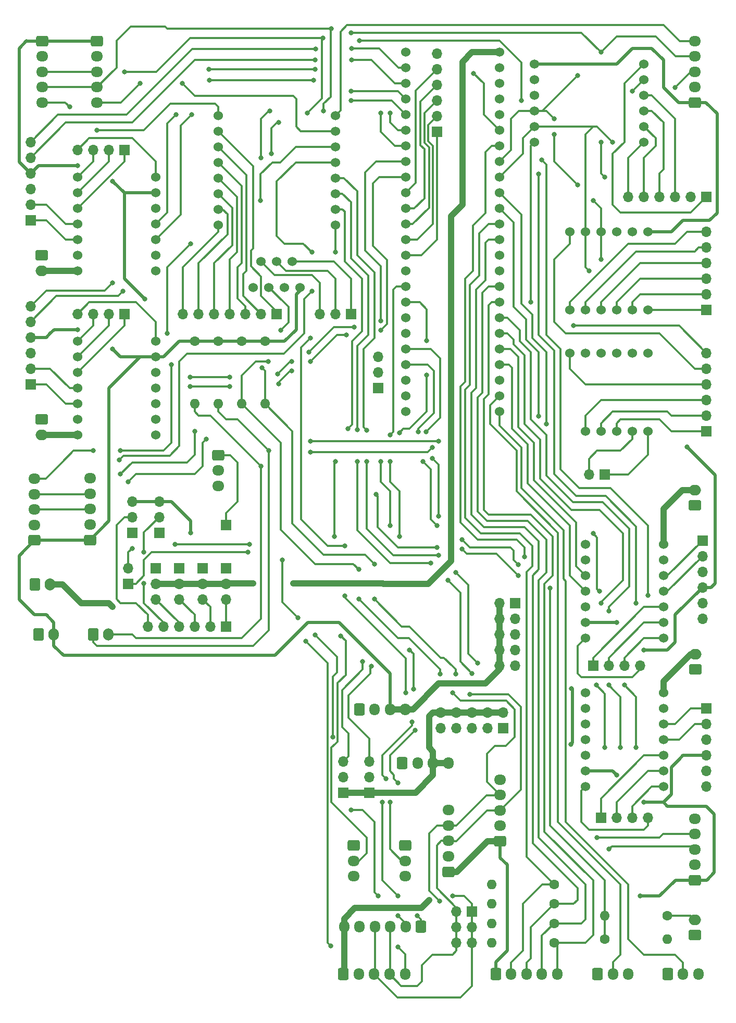
<source format=gtl>
%TF.GenerationSoftware,KiCad,Pcbnew,7.0.9*%
%TF.CreationDate,2023-12-07T23:58:00+01:00*%
%TF.ProjectId,kicad_RCJ,6b696361-645f-4524-934a-2e6b69636164,rev?*%
%TF.SameCoordinates,Original*%
%TF.FileFunction,Copper,L1,Top*%
%TF.FilePolarity,Positive*%
%FSLAX46Y46*%
G04 Gerber Fmt 4.6, Leading zero omitted, Abs format (unit mm)*
G04 Created by KiCad (PCBNEW 7.0.9) date 2023-12-07 23:58:00*
%MOMM*%
%LPD*%
G01*
G04 APERTURE LIST*
G04 Aperture macros list*
%AMRoundRect*
0 Rectangle with rounded corners*
0 $1 Rounding radius*
0 $2 $3 $4 $5 $6 $7 $8 $9 X,Y pos of 4 corners*
0 Add a 4 corners polygon primitive as box body*
4,1,4,$2,$3,$4,$5,$6,$7,$8,$9,$2,$3,0*
0 Add four circle primitives for the rounded corners*
1,1,$1+$1,$2,$3*
1,1,$1+$1,$4,$5*
1,1,$1+$1,$6,$7*
1,1,$1+$1,$8,$9*
0 Add four rect primitives between the rounded corners*
20,1,$1+$1,$2,$3,$4,$5,0*
20,1,$1+$1,$4,$5,$6,$7,0*
20,1,$1+$1,$6,$7,$8,$9,0*
20,1,$1+$1,$8,$9,$2,$3,0*%
G04 Aperture macros list end*
%TA.AperFunction,ComponentPad*%
%ADD10RoundRect,0.250000X-0.725000X0.600000X-0.725000X-0.600000X0.725000X-0.600000X0.725000X0.600000X0*%
%TD*%
%TA.AperFunction,ComponentPad*%
%ADD11O,1.950000X1.700000*%
%TD*%
%TA.AperFunction,ComponentPad*%
%ADD12RoundRect,0.250000X-0.600000X-0.725000X0.600000X-0.725000X0.600000X0.725000X-0.600000X0.725000X0*%
%TD*%
%TA.AperFunction,ComponentPad*%
%ADD13O,1.700000X1.950000*%
%TD*%
%TA.AperFunction,ComponentPad*%
%ADD14C,1.524000*%
%TD*%
%TA.AperFunction,ComponentPad*%
%ADD15R,1.700000X1.700000*%
%TD*%
%TA.AperFunction,ComponentPad*%
%ADD16O,1.700000X1.700000*%
%TD*%
%TA.AperFunction,ComponentPad*%
%ADD17C,1.600000*%
%TD*%
%TA.AperFunction,ComponentPad*%
%ADD18O,1.600000X1.600000*%
%TD*%
%TA.AperFunction,ComponentPad*%
%ADD19RoundRect,0.250000X0.750000X-0.600000X0.750000X0.600000X-0.750000X0.600000X-0.750000X-0.600000X0*%
%TD*%
%TA.AperFunction,ComponentPad*%
%ADD20O,2.000000X1.700000*%
%TD*%
%TA.AperFunction,ComponentPad*%
%ADD21RoundRect,0.250000X0.725000X-0.600000X0.725000X0.600000X-0.725000X0.600000X-0.725000X-0.600000X0*%
%TD*%
%TA.AperFunction,ComponentPad*%
%ADD22RoundRect,0.250000X-0.750000X0.600000X-0.750000X-0.600000X0.750000X-0.600000X0.750000X0.600000X0*%
%TD*%
%TA.AperFunction,ComponentPad*%
%ADD23RoundRect,0.250000X-0.600000X-0.750000X0.600000X-0.750000X0.600000X0.750000X-0.600000X0.750000X0*%
%TD*%
%TA.AperFunction,ComponentPad*%
%ADD24O,1.700000X2.000000*%
%TD*%
%TA.AperFunction,ComponentPad*%
%ADD25RoundRect,0.250000X0.600000X0.725000X-0.600000X0.725000X-0.600000X-0.725000X0.600000X-0.725000X0*%
%TD*%
%TA.AperFunction,ViaPad*%
%ADD26C,0.800000*%
%TD*%
%TA.AperFunction,ViaPad*%
%ADD27C,1.000000*%
%TD*%
%TA.AperFunction,Conductor*%
%ADD28C,0.500000*%
%TD*%
%TA.AperFunction,Conductor*%
%ADD29C,0.300000*%
%TD*%
%TA.AperFunction,Conductor*%
%ADD30C,1.000000*%
%TD*%
G04 APERTURE END LIST*
D10*
%TO.P,S5,1,P1*%
%TO.N,Net-(J7-Pin_1)*%
X66040000Y-103585000D03*
D11*
%TO.P,S5,2,COM*%
%TO.N,GND*%
X66040000Y-106085000D03*
%TO.P,S5,3,P2*%
%TO.N,unconnected-(S5-P2-Pad3)*%
X66040000Y-108585000D03*
%TD*%
D12*
%TO.P,J29,1,Pin_1*%
%TO.N,GND*%
X88960000Y-144890000D03*
D13*
%TO.P,J29,2,Pin_2*%
X91460000Y-144890000D03*
%TO.P,J29,3,Pin_3*%
%TO.N,+3.3V*%
X93960000Y-144890000D03*
%TO.P,J29,4,Pin_4*%
X96460000Y-144890000D03*
%TD*%
D12*
%TO.P,J28,1,Pin_1*%
%TO.N,GND*%
X95945000Y-153670000D03*
D13*
%TO.P,J28,2,Pin_2*%
X98445000Y-153670000D03*
%TO.P,J28,3,Pin_3*%
%TO.N,+5V*%
X100945000Y-153670000D03*
%TO.P,J28,4,Pin_4*%
X103445000Y-153670000D03*
%TD*%
D14*
%TO.P,U4,1,VM*%
%TO.N,unconnected-(U4-VM-Pad1)*%
X125730000Y-118110000D03*
%TO.P,U4,2,GND*%
%TO.N,GND*%
X125730000Y-120650000D03*
%TO.P,U4,3,EN/IN1*%
%TO.N,/M4_IN1*%
X125730000Y-123190000D03*
%TO.P,U4,4,PH/IN2*%
%TO.N,/M4_IN2*%
X125730000Y-125730000D03*
%TO.P,U4,5,PMODE*%
%TO.N,GND*%
X125730000Y-128270000D03*
%TO.P,U4,6,SLEEP*%
%TO.N,+3.3V*%
X125730000Y-130810000D03*
%TO.P,U4,7,VREF*%
%TO.N,Net-(J13-Pin_4)*%
X125730000Y-133350000D03*
%TO.P,U4,8,VIN*%
%TO.N,/+6V_4*%
X138430000Y-118110000D03*
%TO.P,U4,9,GND*%
%TO.N,GND*%
X138430000Y-120650000D03*
%TO.P,U4,10,OUT1*%
%TO.N,Net-(U4-OUT1)*%
X138430000Y-123190000D03*
%TO.P,U4,11,OUT2*%
%TO.N,Net-(U4-OUT2)*%
X138430000Y-125730000D03*
%TO.P,U4,12,IMODE*%
%TO.N,Net-(J13-Pin_1)*%
X138430000Y-128270000D03*
%TO.P,U4,13,FAULT*%
%TO.N,Net-(J13-Pin_2)*%
X138430000Y-130810000D03*
%TO.P,U4,14,CS*%
%TO.N,Net-(J13-Pin_3)*%
X138430000Y-133350000D03*
%TD*%
%TO.P,U3,1,VM*%
%TO.N,unconnected-(U3-VM-Pad1)*%
X125730000Y-142240000D03*
%TO.P,U3,2,GND*%
%TO.N,GND*%
X125730000Y-144780000D03*
%TO.P,U3,3,EN/IN1*%
%TO.N,/M3_IN1*%
X125730000Y-147320000D03*
%TO.P,U3,4,PH/IN2*%
%TO.N,/M3_IN2*%
X125730000Y-149860000D03*
%TO.P,U3,5,PMODE*%
%TO.N,GND*%
X125730000Y-152400000D03*
%TO.P,U3,6,SLEEP*%
%TO.N,+3.3V*%
X125730000Y-154940000D03*
%TO.P,U3,7,VREF*%
%TO.N,Net-(J12-Pin_4)*%
X125730000Y-157480000D03*
%TO.P,U3,8,VIN*%
%TO.N,/+6V_3*%
X138430000Y-142240000D03*
%TO.P,U3,9,GND*%
%TO.N,GND*%
X138430000Y-144780000D03*
%TO.P,U3,10,OUT1*%
%TO.N,Net-(U3-OUT1)*%
X138430000Y-147320000D03*
%TO.P,U3,11,OUT2*%
%TO.N,Net-(U3-OUT2)*%
X138430000Y-149860000D03*
%TO.P,U3,12,IMODE*%
%TO.N,Net-(J12-Pin_1)*%
X138430000Y-152400000D03*
%TO.P,U3,13,FAULT*%
%TO.N,Net-(J12-Pin_2)*%
X138430000Y-154940000D03*
%TO.P,U3,14,CS*%
%TO.N,Net-(J12-Pin_3)*%
X138430000Y-157480000D03*
%TD*%
%TO.P,U2,1,VM*%
%TO.N,unconnected-(U2-VM-Pad1)*%
X55880000Y-100305000D03*
%TO.P,U2,2,GND*%
%TO.N,GND*%
X55880000Y-97765000D03*
%TO.P,U2,3,EN/IN1*%
%TO.N,/M2_IN1*%
X55880000Y-95225000D03*
%TO.P,U2,4,PH/IN2*%
%TO.N,/M2_IN2*%
X55880000Y-92685000D03*
%TO.P,U2,5,PMODE*%
%TO.N,GND*%
X55880000Y-90145000D03*
%TO.P,U2,6,SLEEP*%
%TO.N,+3.3V*%
X55880000Y-87605000D03*
%TO.P,U2,7,VREF*%
%TO.N,Net-(J11-Pin_4)*%
X55880000Y-85065000D03*
%TO.P,U2,8,VIN*%
%TO.N,/+6V_2*%
X43180000Y-100305000D03*
%TO.P,U2,9,GND*%
%TO.N,GND*%
X43180000Y-97765000D03*
%TO.P,U2,10,OUT1*%
%TO.N,Net-(U2-OUT1)*%
X43180000Y-95225000D03*
%TO.P,U2,11,OUT2*%
%TO.N,Net-(U2-OUT2)*%
X43180000Y-92685000D03*
%TO.P,U2,12,IMODE*%
%TO.N,Net-(J11-Pin_1)*%
X43180000Y-90145000D03*
%TO.P,U2,13,FAULT*%
%TO.N,Net-(J11-Pin_2)*%
X43180000Y-87605000D03*
%TO.P,U2,14,CS*%
%TO.N,Net-(J11-Pin_3)*%
X43180000Y-85065000D03*
%TD*%
%TO.P,U1,1,VM*%
%TO.N,unconnected-(U1-VM-Pad1)*%
X55880000Y-73660000D03*
%TO.P,U1,2,GND*%
%TO.N,GND*%
X55880000Y-71120000D03*
%TO.P,U1,3,EN/IN1*%
%TO.N,/M1_IN1*%
X55880000Y-68580000D03*
%TO.P,U1,4,PH/IN2*%
%TO.N,/M1_IN2*%
X55880000Y-66040000D03*
%TO.P,U1,5,PMODE*%
%TO.N,GND*%
X55880000Y-63500000D03*
%TO.P,U1,6,SLEEP*%
%TO.N,+3.3V*%
X55880000Y-60960000D03*
%TO.P,U1,7,VREF*%
%TO.N,Net-(J10-Pin_4)*%
X55880000Y-58420000D03*
%TO.P,U1,8,VIN*%
%TO.N,/+6V_1*%
X43180000Y-73660000D03*
%TO.P,U1,9,GND*%
%TO.N,GND*%
X43180000Y-71120000D03*
%TO.P,U1,10,OUT1*%
%TO.N,Net-(U1-OUT1)*%
X43180000Y-68580000D03*
%TO.P,U1,11,OUT2*%
%TO.N,Net-(U1-OUT2)*%
X43180000Y-66040000D03*
%TO.P,U1,12,IMODE*%
%TO.N,Net-(J10-Pin_1)*%
X43180000Y-63500000D03*
%TO.P,U1,13,FAULT*%
%TO.N,Net-(J10-Pin_2)*%
X43180000Y-60960000D03*
%TO.P,U1,14,CS*%
%TO.N,Net-(J10-Pin_3)*%
X43180000Y-58420000D03*
%TD*%
%TO.P,U6,0,0/RX1/CS1*%
%TO.N,/M1_ENCB*%
X96520000Y-40640000D03*
%TO.P,U6,1,1/TX1/MISO1*%
%TO.N,/M1_ENCA*%
X96520000Y-43180000D03*
%TO.P,U6,2,2*%
%TO.N,/M2_ENCB*%
X96520000Y-45720000D03*
%TO.P,U6,3,3*%
%TO.N,/M2_ENCA*%
X96520000Y-48260000D03*
%TO.P,U6,4,4*%
%TO.N,/M1_IN2*%
X96520000Y-50800000D03*
%TO.P,U6,5,5*%
%TO.N,/M1_IN1*%
X96520000Y-53340000D03*
%TO.P,U6,6,6*%
%TO.N,/M2_IN2*%
X96520000Y-55880000D03*
%TO.P,U6,7,7/RX2*%
%TO.N,/M2_IN1*%
X96520000Y-58420000D03*
%TO.P,U6,8,8/TX2*%
%TO.N,Net-(J14-Pin_5)*%
X96520000Y-60960000D03*
%TO.P,U6,9,9*%
%TO.N,Net-(J14-Pin_4)*%
X96520000Y-63500000D03*
%TO.P,U6,10,10/CS*%
%TO.N,Net-(J14-Pin_3)*%
X96520000Y-66040000D03*
%TO.P,U6,11,11/MOSI*%
%TO.N,Net-(J14-Pin_2)*%
X96520000Y-68580000D03*
%TO.P,U6,12,12/MISO*%
%TO.N,Net-(J14-Pin_1)*%
X96520000Y-71120000D03*
%TO.P,U6,13,13/SCK/(LED)*%
%TO.N,unconnected-(U6-13{slash}SCK{slash}(LED)-Pad13)*%
X111760000Y-71120000D03*
%TO.P,U6,14,14/A0/TX3*%
%TO.N,/PR3*%
X111760000Y-68580000D03*
%TO.P,U6,15,15/A1/RX3*%
%TO.N,/PR4*%
X111760000Y-66040000D03*
%TO.P,U6,16,16/A2/RX4/SCL1*%
%TO.N,SCL1*%
X111760000Y-63500000D03*
%TO.P,U6,17,17/A3/TX4/SDA1*%
%TO.N,SDA1*%
X111760000Y-60960000D03*
%TO.P,U6,18,18/A4/SDA*%
%TO.N,SDA*%
X111760000Y-58420000D03*
%TO.P,U6,19,19/A5/SCL*%
%TO.N,SCL*%
X111760000Y-55880000D03*
%TO.P,U6,20,20/A6/TX5*%
%TO.N,/VBAT_MEAS*%
X111760000Y-53340000D03*
%TO.P,U6,21,21/A7/RX5*%
%TO.N,/21_extra*%
X111760000Y-50800000D03*
%TO.P,U6,22,22/A8*%
%TO.N,/M4_ENCB*%
X111760000Y-48260000D03*
%TO.P,U6,23,23/A9*%
%TO.N,/M4_ENCA*%
X111760000Y-45720000D03*
%TO.P,U6,24,24/A10/TX6/SCL2*%
%TO.N,/M5_SIG*%
X96520000Y-76200000D03*
%TO.P,U6,25,25/A11/RX6/SDA2*%
%TO.N,/M6_SIG*%
X96520000Y-78740000D03*
%TO.P,U6,26,26/A12/MOSI1*%
%TO.N,Net-(J15-Pin_3)*%
X96520000Y-81280000D03*
%TO.P,U6,27,27/A13/SCK1*%
%TO.N,Net-(J15-Pin_2)*%
X96520000Y-83820000D03*
%TO.P,U6,28,28/RX7*%
%TO.N,/M3_IN1*%
X96520000Y-86360000D03*
%TO.P,U6,29,29/TX7*%
%TO.N,/M3_IN2*%
X96520000Y-88900000D03*
%TO.P,U6,30,30*%
%TO.N,Net-(J15-Pin_1)*%
X96520000Y-91440000D03*
%TO.P,U6,31,31*%
%TO.N,/BMP2*%
X96520000Y-93980000D03*
%TO.P,U6,32,32*%
%TO.N,/BMP1*%
X96520000Y-96520000D03*
%TO.P,U6,33,33*%
%TO.N,/BMP4*%
X111760000Y-96520000D03*
%TO.P,U6,34,34/RX8*%
%TO.N,/BMP3*%
X111760000Y-93980000D03*
%TO.P,U6,35,35/TX8*%
%TO.N,unconnected-(U6-35{slash}TX8-Pad35)*%
X111760000Y-91440000D03*
%TO.P,U6,36,36/CS*%
%TO.N,/M4_IN2*%
X111760000Y-88900000D03*
%TO.P,U6,37,37/CS*%
%TO.N,/M4_IN1*%
X111760000Y-86360000D03*
%TO.P,U6,38,38/A14/(CS1)*%
%TO.N,/M3_ENCB*%
X111760000Y-83820000D03*
%TO.P,U6,39,39/A15/(MISO1)*%
%TO.N,/M3_ENCA*%
X111760000Y-81280000D03*
%TO.P,U6,40,40/A16*%
%TO.N,/PR1*%
X111760000Y-78740000D03*
%TO.P,U6,41,41/A17*%
%TO.N,/PR2*%
X111760000Y-76200000D03*
%TO.P,U6,42,GND*%
%TO.N,GND*%
X96520000Y-38100000D03*
%TO.P,U6,44,GND*%
%TO.N,unconnected-(U6-GND-Pad44)*%
X111760000Y-73660000D03*
%TO.P,U6,45,3.3V*%
%TO.N,unconnected-(U6-3.3V-Pad45)*%
X111760000Y-43180000D03*
%TO.P,U6,46,GND*%
%TO.N,unconnected-(U6-GND-Pad46)*%
X111760000Y-40640000D03*
%TO.P,U6,47,Vin(3.6-5.5V)*%
%TO.N,+5V*%
X111760000Y-38100000D03*
%TO.P,U6,48,3.3V*%
%TO.N,unconnected-(U6-3.3V-Pad48)*%
X96520000Y-73660000D03*
%TD*%
D15*
%TO.P,J14,1,Pin_1*%
%TO.N,Net-(J14-Pin_1)*%
X101600000Y-51028600D03*
D16*
%TO.P,J14,2,Pin_2*%
%TO.N,Net-(J14-Pin_2)*%
X101600000Y-48488600D03*
%TO.P,J14,3,Pin_3*%
%TO.N,Net-(J14-Pin_3)*%
X101600000Y-45948600D03*
%TO.P,J14,4,Pin_4*%
%TO.N,Net-(J14-Pin_4)*%
X101600000Y-43408600D03*
%TO.P,J14,5,Pin_5*%
%TO.N,Net-(J14-Pin_5)*%
X101600000Y-40868600D03*
%TO.P,J14,6,Pin_6*%
%TO.N,/21_extra*%
X101600000Y-38328600D03*
%TD*%
D15*
%TO.P,J15,1,Pin_1*%
%TO.N,Net-(J15-Pin_1)*%
X91998800Y-92684600D03*
D16*
%TO.P,J15,2,Pin_2*%
%TO.N,Net-(J15-Pin_2)*%
X91998800Y-90144600D03*
%TO.P,J15,3,Pin_3*%
%TO.N,Net-(J15-Pin_3)*%
X91998800Y-87604600D03*
%TD*%
D17*
%TO.P,R14,1*%
%TO.N,Net-(J23-Pin_2)*%
X139065000Y-178435000D03*
D18*
%TO.P,R14,2*%
%TO.N,/VBAT_MEAS*%
X128905000Y-178435000D03*
%TD*%
D17*
%TO.P,R12,1*%
%TO.N,/PR4*%
X120650000Y-173355000D03*
D18*
%TO.P,R12,2*%
%TO.N,GND*%
X110490000Y-173355000D03*
%TD*%
D19*
%TO.P,J27,1,Pin_1*%
%TO.N,GND*%
X143510000Y-111760000D03*
D20*
%TO.P,J27,2,Pin_2*%
%TO.N,/+6V_4*%
X143510000Y-109260000D03*
%TD*%
D15*
%TO.P,J9,1,Pin_1*%
%TO.N,Net-(D4-SIGNAL)*%
X67310000Y-131445000D03*
D16*
%TO.P,J9,2,Pin_2*%
%TO.N,Net-(D3-SIGNAL)*%
X64770000Y-131445000D03*
%TO.P,J9,3,Pin_3*%
%TO.N,Net-(D5-SIGNAL)*%
X62230000Y-131445000D03*
%TO.P,J9,4,Pin_4*%
%TO.N,Net-(D6-SIGNAL)*%
X59690000Y-131445000D03*
%TO.P,J9,5,Pin_5*%
%TO.N,Net-(D7-SIGNAL)*%
X57150000Y-131445000D03*
%TO.P,J9,6,Pin_6*%
%TO.N,Net-(D8-SIGNAL)*%
X54610000Y-131445000D03*
%TD*%
D18*
%TO.P,R8,2*%
%TO.N,GND*%
X110490000Y-179705000D03*
D17*
%TO.P,R8,1*%
%TO.N,/PR2*%
X120650000Y-179705000D03*
%TD*%
D15*
%TO.P,M4,1,M_PWR*%
%TO.N,Net-(U4-OUT1)*%
X144780000Y-117475000D03*
D16*
%TO.P,M4,2,M_PWR*%
%TO.N,Net-(U4-OUT2)*%
X144780000Y-120015000D03*
%TO.P,M4,3,GND_ENC*%
%TO.N,GND*%
X144780000Y-122555000D03*
%TO.P,M4,4,VCC_ENC*%
%TO.N,+3.3V*%
X144780000Y-125095000D03*
%TO.P,M4,5,ENC_A_OUT*%
%TO.N,/M4_ENCA*%
X144780000Y-127635000D03*
%TO.P,M4,6,ENC_B_OUTPUT*%
%TO.N,/M4_ENCB*%
X144780000Y-130175000D03*
%TD*%
D21*
%TO.P,U16,1,VIN*%
%TO.N,+3.3V*%
X111870000Y-166330000D03*
D11*
%TO.P,U16,2,GND*%
%TO.N,GND*%
X111870000Y-163830000D03*
%TO.P,U16,3,SDA*%
%TO.N,SDA*%
X111870000Y-161330000D03*
%TO.P,U16,4,SCL*%
%TO.N,SCL*%
X111870000Y-158830000D03*
%TO.P,U16,5,XSHUT*%
%TO.N,/U16_XSHUT*%
X111870000Y-156330000D03*
%TD*%
D15*
%TO.P,J13,1,Pin_1*%
%TO.N,Net-(J13-Pin_1)*%
X127000000Y-137795000D03*
D16*
%TO.P,J13,2,Pin_2*%
%TO.N,Net-(J13-Pin_2)*%
X129540000Y-137795000D03*
%TO.P,J13,3,Pin_3*%
%TO.N,Net-(J13-Pin_3)*%
X132080000Y-137795000D03*
%TO.P,J13,4,Pin_4*%
%TO.N,Net-(J13-Pin_4)*%
X134620000Y-137795000D03*
%TD*%
D15*
%TO.P,D8,1,GND*%
%TO.N,GND*%
X52070000Y-116190000D03*
D16*
%TO.P,D8,2,SIGNAL*%
%TO.N,Net-(D8-SIGNAL)*%
X52070000Y-113650000D03*
%TO.P,D8,3,VIN*%
%TO.N,+5V*%
X52070000Y-111110000D03*
%TD*%
D22*
%TO.P,J24,1,Pin_1*%
%TO.N,GND*%
X37355000Y-71120000D03*
D20*
%TO.P,J24,2,Pin_2*%
%TO.N,/+6V_1*%
X37355000Y-73620000D03*
%TD*%
D17*
%TO.P,R4,1*%
%TO.N,+3.3V*%
X62230000Y-85090000D03*
D18*
%TO.P,R4,2*%
%TO.N,SCL1*%
X62230000Y-95250000D03*
%TD*%
D23*
%TO.P,J5,1,Pin_1*%
%TO.N,GND*%
X36235000Y-124570000D03*
D24*
%TO.P,J5,2,Pin_2*%
%TO.N,+5V*%
X38735000Y-124570000D03*
%TD*%
D14*
%TO.P,U19,1,PA0*%
%TO.N,Net-(J16-Pin_7)*%
X66040000Y-66130000D03*
%TO.P,U19,2,PA1*%
%TO.N,Net-(J16-Pin_6)*%
X66040000Y-63590000D03*
%TO.P,U19,3,PA2*%
%TO.N,Net-(J16-Pin_5)*%
X66040000Y-61050000D03*
%TO.P,U19,4,PA3*%
%TO.N,Net-(J16-Pin_4)*%
X66040000Y-58510000D03*
%TO.P,U19,5,PA4*%
%TO.N,Net-(J16-Pin_3)*%
X66040000Y-55970000D03*
%TO.P,U19,6,PA5*%
%TO.N,Net-(J16-Pin_2)*%
X66040000Y-53430000D03*
%TO.P,U19,7,PA6*%
%TO.N,Net-(J16-Pin_1)*%
X66040000Y-50890000D03*
%TO.P,U19,8,PA7*%
%TO.N,/U14_XSHUT*%
X66040000Y-48350000D03*
%TO.P,U19,9,PB0*%
%TO.N,/U12_XSHUT*%
X85090000Y-48350000D03*
%TO.P,U19,10,PB1*%
%TO.N,/U13_XSHUT*%
X85090000Y-50890000D03*
%TO.P,U19,11,PB2*%
%TO.N,/U15_XSHUT*%
X85090000Y-53430000D03*
%TO.P,U19,12,PB3*%
%TO.N,/U25_XSHUT*%
X85090000Y-55970000D03*
%TO.P,U19,13,PB4*%
%TO.N,/U16_XSHUT*%
X85090000Y-58510000D03*
%TO.P,U19,14,PB5*%
%TO.N,/U17_XSHUT*%
X85090000Y-61050000D03*
%TO.P,U19,15,PB6*%
%TO.N,/U18_XSHUT*%
X85090000Y-63590000D03*
%TO.P,U19,16,PB7*%
%TO.N,/TCS34725_LED*%
X85090000Y-66130000D03*
%TO.P,U19,17,D/SDA*%
%TO.N,SDA*%
X71755000Y-76290000D03*
%TO.P,U19,18,C/SCL*%
%TO.N,SCL*%
X74295000Y-76290000D03*
%TO.P,U19,19,IB*%
%TO.N,Net-(J8-Pin_3)*%
X73010000Y-72140000D03*
%TO.P,U19,20,RST*%
%TO.N,Net-(J8-Pin_2)*%
X75550000Y-72140000D03*
%TO.P,U19,21,IA*%
%TO.N,Net-(J8-Pin_1)*%
X78090000Y-72140000D03*
%TO.P,U19,22,GND*%
%TO.N,GND*%
X76835000Y-76290000D03*
%TO.P,U19,23,VCC*%
%TO.N,+3.3V*%
X79375000Y-76290000D03*
%TD*%
D15*
%TO.P,J19,1,Pin_1*%
%TO.N,GND*%
X112395000Y-147955000D03*
D16*
%TO.P,J19,2,Pin_2*%
%TO.N,+5V*%
X112395000Y-145415000D03*
%TO.P,J19,3,Pin_3*%
%TO.N,GND*%
X109855000Y-147955000D03*
%TO.P,J19,4,Pin_4*%
%TO.N,+5V*%
X109855000Y-145415000D03*
%TO.P,J19,5,Pin_5*%
%TO.N,GND*%
X107315000Y-147955000D03*
%TO.P,J19,6,Pin_6*%
%TO.N,+5V*%
X107315000Y-145415000D03*
%TO.P,J19,7,Pin_7*%
%TO.N,GND*%
X104775000Y-147955000D03*
%TO.P,J19,8,Pin_8*%
%TO.N,+5V*%
X104775000Y-145415000D03*
%TO.P,J19,9,Pin_9*%
%TO.N,GND*%
X102235000Y-147955000D03*
%TO.P,J19,10,Pin_10*%
%TO.N,+5V*%
X102235000Y-145415000D03*
%TD*%
D15*
%TO.P,J3,1,Pin_1*%
%TO.N,Net-(J3-Pin_1)*%
X51435000Y-124475000D03*
D16*
%TO.P,J3,2,Pin_2*%
%TO.N,Net-(J3-Pin_2)*%
X51435000Y-121935000D03*
%TD*%
D15*
%TO.P,M1,1,M_PWR*%
%TO.N,Net-(U1-OUT1)*%
X35560000Y-65405000D03*
D16*
%TO.P,M1,2,M_PWR*%
%TO.N,Net-(U1-OUT2)*%
X35560000Y-62865000D03*
%TO.P,M1,3,GND_ENC*%
%TO.N,GND*%
X35560000Y-60325000D03*
%TO.P,M1,4,VCC_ENC*%
%TO.N,+3.3V*%
X35560000Y-57785000D03*
%TO.P,M1,5,ENC_A_OUT*%
%TO.N,/M1_ENCA*%
X35560000Y-55245000D03*
%TO.P,M1,6,ENC_B_OUTPUT*%
%TO.N,/M1_ENCB*%
X35560000Y-52705000D03*
%TD*%
D10*
%TO.P,S2,1,C*%
%TO.N,GND*%
X88045000Y-167045000D03*
D11*
%TO.P,S2,2,NO*%
%TO.N,/BMP2*%
X88045000Y-169545000D03*
%TO.P,S2,3,NC*%
%TO.N,unconnected-(S2-NC-Pad3)*%
X88045000Y-172045000D03*
%TD*%
D14*
%TO.P,U21,12,CS*%
%TO.N,Net-(J21-Pin_6)*%
X123190000Y-80010000D03*
%TO.P,U21,11,SDO*%
%TO.N,Net-(J21-Pin_5)*%
X125730000Y-80010000D03*
%TO.P,U21,10,G?*%
%TO.N,Net-(J21-Pin_4)*%
X128270000Y-80010000D03*
%TO.P,U21,9,AC*%
%TO.N,Net-(J21-Pin_3)*%
X130810000Y-80010000D03*
%TO.P,U21,8,AD*%
%TO.N,Net-(J21-Pin_2)*%
X133350000Y-80010000D03*
%TO.P,U21,7,FS*%
%TO.N,Net-(J21-Pin_1)*%
X135890000Y-80010000D03*
%TO.P,U21,6,INT*%
%TO.N,Net-(J2-Pin_5)*%
X123190000Y-67310000D03*
%TO.P,U21,5,SDA*%
%TO.N,SDA*%
X125730000Y-67310000D03*
%TO.P,U21,4,SCL*%
%TO.N,SCL*%
X128270000Y-67310000D03*
%TO.P,U21,3,GND*%
%TO.N,GND*%
X130810000Y-67310000D03*
%TO.P,U21,2,1V8*%
%TO.N,unconnected-(U21-1V8-Pad2)*%
X133350000Y-67310000D03*
%TO.P,U21,1,VIN*%
%TO.N,+3.3V*%
X135890000Y-67310000D03*
%TD*%
D15*
%TO.P,D7,1,GND*%
%TO.N,GND*%
X56490000Y-116175000D03*
D16*
%TO.P,D7,2,SIGNAL*%
%TO.N,Net-(D7-SIGNAL)*%
X56490000Y-113635000D03*
%TO.P,D7,3,VIN*%
%TO.N,+5V*%
X56490000Y-111095000D03*
%TD*%
D21*
%TO.P,U12,1,VIN*%
%TO.N,+3.3V*%
X143510000Y-46275000D03*
D11*
%TO.P,U12,2,GND*%
%TO.N,GND*%
X143510000Y-43775000D03*
%TO.P,U12,3,SDA*%
%TO.N,SDA*%
X143510000Y-41275000D03*
%TO.P,U12,4,SCL*%
%TO.N,SCL*%
X143510000Y-38775000D03*
%TO.P,U12,5,XSHUT*%
%TO.N,/U12_XSHUT*%
X143510000Y-36275000D03*
%TD*%
D15*
%TO.P,M2,1,M_PWR*%
%TO.N,Net-(U2-OUT1)*%
X35560000Y-92075000D03*
D16*
%TO.P,M2,2,M_PWR*%
%TO.N,Net-(U2-OUT2)*%
X35560000Y-89535000D03*
%TO.P,M2,3,GND_ENC*%
%TO.N,GND*%
X35560000Y-86995000D03*
%TO.P,M2,4,VCC_ENC*%
%TO.N,+3.3V*%
X35560000Y-84455000D03*
%TO.P,M2,5,ENC_A_OUT*%
%TO.N,/M2_ENCA*%
X35560000Y-81915000D03*
%TO.P,M2,6,ENC_B_OUTPUT*%
%TO.N,/M2_ENCB*%
X35560000Y-79375000D03*
%TD*%
D23*
%TO.P,J4,1,Pin_1*%
%TO.N,GND*%
X36830000Y-132715000D03*
D24*
%TO.P,J4,2,Pin_2*%
%TO.N,+3.3V*%
X39330000Y-132715000D03*
%TD*%
D17*
%TO.P,R2,1*%
%TO.N,+3.3V*%
X69850000Y-85090000D03*
D18*
%TO.P,R2,2*%
%TO.N,SCL*%
X69850000Y-95250000D03*
%TD*%
D12*
%TO.P,S3,1,C*%
%TO.N,GND*%
X127715000Y-187960000D03*
D13*
%TO.P,S3,2,NO*%
%TO.N,/BMP3*%
X130215000Y-187960000D03*
%TO.P,S3,3,NC*%
%TO.N,unconnected-(S3-NC-Pad3)*%
X132715000Y-187960000D03*
%TD*%
D10*
%TO.P,U14,1,VIN*%
%TO.N,+3.3V*%
X37465000Y-36275000D03*
D11*
%TO.P,U14,2,GND*%
%TO.N,GND*%
X37465000Y-38775000D03*
%TO.P,U14,3,SDA*%
%TO.N,SDA*%
X37465000Y-41275000D03*
%TO.P,U14,4,SCL*%
%TO.N,SCL*%
X37465000Y-43775000D03*
%TO.P,U14,5,XSHUT*%
%TO.N,/U14_XSHUT*%
X37465000Y-46275000D03*
%TD*%
D16*
%TO.P,J18,10,Pin_10*%
%TO.N,+3.3V*%
X111760000Y-137795000D03*
%TO.P,J18,9,Pin_9*%
%TO.N,GND*%
X114300000Y-137795000D03*
%TO.P,J18,8,Pin_8*%
%TO.N,+3.3V*%
X111760000Y-135255000D03*
%TO.P,J18,7,Pin_7*%
%TO.N,GND*%
X114300000Y-135255000D03*
%TO.P,J18,6,Pin_6*%
%TO.N,+3.3V*%
X111760000Y-132715000D03*
%TO.P,J18,5,Pin_5*%
%TO.N,GND*%
X114300000Y-132715000D03*
%TO.P,J18,4,Pin_4*%
%TO.N,+3.3V*%
X111760000Y-130175000D03*
%TO.P,J18,3,Pin_3*%
%TO.N,GND*%
X114300000Y-130175000D03*
%TO.P,J18,2,Pin_2*%
%TO.N,+3.3V*%
X111760000Y-127635000D03*
D15*
%TO.P,J18,1,Pin_1*%
%TO.N,GND*%
X114300000Y-127635000D03*
%TD*%
D21*
%TO.P,U17,1,VIN*%
%TO.N,+3.3V*%
X103505000Y-171290000D03*
D11*
%TO.P,U17,2,GND*%
%TO.N,GND*%
X103505000Y-168790000D03*
%TO.P,U17,3,SDA*%
%TO.N,SDA*%
X103505000Y-166290000D03*
%TO.P,U17,4,SCL*%
%TO.N,SCL*%
X103505000Y-163790000D03*
%TO.P,U17,5,XSHUT*%
%TO.N,/U17_XSHUT*%
X103505000Y-161290000D03*
%TD*%
D15*
%TO.P,J12,1,Pin_1*%
%TO.N,Net-(J12-Pin_1)*%
X128270000Y-162560000D03*
D16*
%TO.P,J12,2,Pin_2*%
%TO.N,Net-(J12-Pin_2)*%
X130810000Y-162560000D03*
%TO.P,J12,3,Pin_3*%
%TO.N,Net-(J12-Pin_3)*%
X133350000Y-162560000D03*
%TO.P,J12,4,Pin_4*%
%TO.N,Net-(J12-Pin_4)*%
X135890000Y-162560000D03*
%TD*%
D18*
%TO.P,R6,2*%
%TO.N,GND*%
X110490000Y-182880000D03*
D17*
%TO.P,R6,1*%
%TO.N,/PR1*%
X120650000Y-182880000D03*
%TD*%
D15*
%TO.P,J21,1,Pin_1*%
%TO.N,Net-(J21-Pin_1)*%
X145415000Y-80010000D03*
D16*
%TO.P,J21,2,Pin_2*%
%TO.N,Net-(J21-Pin_2)*%
X145415000Y-77470000D03*
%TO.P,J21,3,Pin_3*%
%TO.N,Net-(J21-Pin_3)*%
X145415000Y-74930000D03*
%TO.P,J21,4,Pin_4*%
%TO.N,Net-(J21-Pin_4)*%
X145415000Y-72390000D03*
%TO.P,J21,5,Pin_5*%
%TO.N,Net-(J21-Pin_5)*%
X145415000Y-69850000D03*
%TO.P,J21,6,Pin_6*%
%TO.N,Net-(J21-Pin_6)*%
X145415000Y-67310000D03*
%TD*%
D15*
%TO.P,J7,1,Pin_1*%
%TO.N,Net-(J7-Pin_1)*%
X67310000Y-114935000D03*
%TD*%
%TO.P,J16,1,Pin_1*%
%TO.N,Net-(J16-Pin_1)*%
X75565000Y-80645000D03*
D16*
%TO.P,J16,2,Pin_2*%
%TO.N,Net-(J16-Pin_2)*%
X73025000Y-80645000D03*
%TO.P,J16,3,Pin_3*%
%TO.N,Net-(J16-Pin_3)*%
X70485000Y-80645000D03*
%TO.P,J16,4,Pin_4*%
%TO.N,Net-(J16-Pin_4)*%
X67945000Y-80645000D03*
%TO.P,J16,5,Pin_5*%
%TO.N,Net-(J16-Pin_5)*%
X65405000Y-80645000D03*
%TO.P,J16,6,Pin_6*%
%TO.N,Net-(J16-Pin_6)*%
X62865000Y-80645000D03*
%TO.P,J16,7,Pin_7*%
%TO.N,Net-(J16-Pin_7)*%
X60325000Y-80645000D03*
%TD*%
D17*
%TO.P,R10,1*%
%TO.N,/PR3*%
X120650000Y-176530000D03*
D18*
%TO.P,R10,2*%
%TO.N,GND*%
X110490000Y-176530000D03*
%TD*%
D21*
%TO.P,U18,1,VIN*%
%TO.N,+3.3V*%
X143510000Y-172680000D03*
D11*
%TO.P,U18,2,GND*%
%TO.N,GND*%
X143510000Y-170180000D03*
%TO.P,U18,3,SDA*%
%TO.N,SDA*%
X143510000Y-167680000D03*
%TO.P,U18,4,SCL*%
%TO.N,SCL*%
X143510000Y-165180000D03*
%TO.P,U18,5,XSHUT*%
%TO.N,/U18_XSHUT*%
X143510000Y-162680000D03*
%TD*%
D15*
%TO.P,M6,1,VIN*%
%TO.N,+5V*%
X90600000Y-158432500D03*
D16*
%TO.P,M6,2,GND*%
%TO.N,GND*%
X90600000Y-155892500D03*
%TO.P,M6,3,SIGNAL*%
%TO.N,/M6_SIG*%
X90600000Y-153352500D03*
%TD*%
D15*
%TO.P,M5,1,VIN*%
%TO.N,+5V*%
X86360000Y-158432500D03*
D16*
%TO.P,M5,2,GND*%
%TO.N,GND*%
X86360000Y-155892500D03*
%TO.P,M5,3,SIGNAL*%
%TO.N,/M5_SIG*%
X86360000Y-153352500D03*
%TD*%
D15*
%TO.P,J8,1,Pin_1*%
%TO.N,Net-(J8-Pin_1)*%
X87630000Y-80645000D03*
D16*
%TO.P,J8,2,Pin_2*%
%TO.N,Net-(J8-Pin_2)*%
X85090000Y-80645000D03*
%TO.P,J8,3,Pin_3*%
%TO.N,Net-(J8-Pin_3)*%
X82550000Y-80645000D03*
%TD*%
D15*
%TO.P,D3,1,GND*%
%TO.N,GND*%
X63525000Y-121935000D03*
D16*
%TO.P,D3,2,VIN*%
%TO.N,+5V*%
X63525000Y-124475000D03*
%TO.P,D3,3,SIGNAL*%
%TO.N,Net-(D3-SIGNAL)*%
X63525000Y-127015000D03*
%TD*%
D23*
%TO.P,J6,1,Pin_1*%
%TO.N,SDA1*%
X45720000Y-132715000D03*
D24*
%TO.P,J6,2,Pin_2*%
%TO.N,SCL1*%
X48220000Y-132715000D03*
%TD*%
D15*
%TO.P,D4,1,GND*%
%TO.N,GND*%
X67310000Y-121935000D03*
D16*
%TO.P,D4,2,VIN*%
%TO.N,+5V*%
X67310000Y-124475000D03*
%TO.P,D4,3,SIGNAL*%
%TO.N,Net-(D4-SIGNAL)*%
X67310000Y-127015000D03*
%TD*%
D19*
%TO.P,J26,1,Pin_1*%
%TO.N,GND*%
X143620000Y-138430000D03*
D20*
%TO.P,J26,2,Pin_2*%
%TO.N,/+6V_3*%
X143620000Y-135930000D03*
%TD*%
D13*
%TO.P,J30,5,Pin_5*%
%TO.N,/PR1*%
X121165000Y-187960000D03*
%TO.P,J30,4,Pin_4*%
%TO.N,/PR2*%
X118665000Y-187960000D03*
%TO.P,J30,3,Pin_3*%
%TO.N,/PR3*%
X116165000Y-187960000D03*
%TO.P,J30,2,Pin_2*%
%TO.N,/PR4*%
X113665000Y-187960000D03*
D12*
%TO.P,J30,1,Pin_1*%
%TO.N,+3.3V*%
X111165000Y-187960000D03*
%TD*%
D15*
%TO.P,J17,1,Pin_1*%
%TO.N,SCL*%
X107315000Y-177800000D03*
D16*
%TO.P,J17,2,Pin_2*%
%TO.N,SDA*%
X104775000Y-177800000D03*
%TO.P,J17,3,Pin_3*%
%TO.N,SCL*%
X107315000Y-180340000D03*
%TO.P,J17,4,Pin_4*%
%TO.N,SDA*%
X104775000Y-180340000D03*
%TO.P,J17,5,Pin_5*%
%TO.N,SCL*%
X107315000Y-182880000D03*
%TO.P,J17,6,Pin_6*%
%TO.N,SDA*%
X104775000Y-182880000D03*
%TD*%
D25*
%TO.P,U23,1,LED*%
%TO.N,/TCS34725_LED*%
X99020000Y-180230000D03*
D13*
%TO.P,U23,2,INT*%
%TO.N,Net-(J3-Pin_2)*%
X96520000Y-180230000D03*
%TO.P,U23,3,SDA*%
%TO.N,SDA*%
X94020000Y-180230000D03*
%TO.P,U23,4,SCL*%
%TO.N,SCL*%
X91520000Y-180230000D03*
%TO.P,U23,5,GND*%
%TO.N,GND*%
X89020000Y-180230000D03*
%TO.P,U23,6,VIN*%
%TO.N,+3.3V*%
X86520000Y-180230000D03*
%TD*%
D15*
%TO.P,J11,1,Pin_1*%
%TO.N,Net-(J11-Pin_1)*%
X50800000Y-80645000D03*
D16*
%TO.P,J11,2,Pin_2*%
%TO.N,Net-(J11-Pin_2)*%
X48260000Y-80645000D03*
%TO.P,J11,3,Pin_3*%
%TO.N,Net-(J11-Pin_3)*%
X45720000Y-80645000D03*
%TO.P,J11,4,Pin_4*%
%TO.N,Net-(J11-Pin_4)*%
X43180000Y-80645000D03*
%TD*%
D19*
%TO.P,J23,1,Pin_1*%
%TO.N,GND*%
X143510000Y-181610000D03*
D20*
%TO.P,J23,2,Pin_2*%
%TO.N,Net-(J23-Pin_2)*%
X143510000Y-179110000D03*
%TD*%
D15*
%TO.P,J10,1,Pin_1*%
%TO.N,Net-(J10-Pin_1)*%
X50800000Y-53975000D03*
D16*
%TO.P,J10,2,Pin_2*%
%TO.N,Net-(J10-Pin_2)*%
X48260000Y-53975000D03*
%TO.P,J10,3,Pin_3*%
%TO.N,Net-(J10-Pin_3)*%
X45720000Y-53975000D03*
%TO.P,J10,4,Pin_4*%
%TO.N,Net-(J10-Pin_4)*%
X43180000Y-53975000D03*
%TD*%
D15*
%TO.P,D5,1,GND*%
%TO.N,GND*%
X59715000Y-121935000D03*
D16*
%TO.P,D5,2,VIN*%
%TO.N,+5V*%
X59715000Y-124475000D03*
%TO.P,D5,3,SIGNAL*%
%TO.N,Net-(D5-SIGNAL)*%
X59715000Y-127015000D03*
%TD*%
D22*
%TO.P,J25,1,Pin_1*%
%TO.N,GND*%
X37355000Y-97790000D03*
D20*
%TO.P,J25,2,Pin_2*%
%TO.N,/+6V_2*%
X37355000Y-100290000D03*
%TD*%
D21*
%TO.P,U25,1,VIN*%
%TO.N,+3.3V*%
X45195000Y-117355000D03*
D11*
%TO.P,U25,2,GND*%
%TO.N,GND*%
X45195000Y-114855000D03*
%TO.P,U25,3,SDA*%
%TO.N,SDA*%
X45195000Y-112355000D03*
%TO.P,U25,4,SCL*%
%TO.N,SCL*%
X45195000Y-109855000D03*
%TO.P,U25,5,XSHUT*%
%TO.N,/U25_XSHUT*%
X45195000Y-107355000D03*
%TD*%
D18*
%TO.P,R3,2*%
%TO.N,SDA1*%
X66040000Y-95250000D03*
D17*
%TO.P,R3,1*%
%TO.N,+3.3V*%
X66040000Y-85090000D03*
%TD*%
D12*
%TO.P,U24,1,VIN*%
%TO.N,+3.3V*%
X86400000Y-187960000D03*
D13*
%TO.P,U24,2,GND*%
%TO.N,GND*%
X88900000Y-187960000D03*
%TO.P,U24,3,SCL*%
%TO.N,SCL*%
X91400000Y-187960000D03*
%TO.P,U24,4,SDA*%
%TO.N,SDA*%
X93900000Y-187960000D03*
%TO.P,U24,5,INT*%
%TO.N,Net-(J3-Pin_1)*%
X96400000Y-187960000D03*
%TD*%
D17*
%TO.P,R13,1*%
%TO.N,/VBAT_MEAS*%
X128905000Y-182245000D03*
D18*
%TO.P,R13,2*%
%TO.N,GND*%
X139065000Y-182245000D03*
%TD*%
D14*
%TO.P,U20,12,CS*%
%TO.N,Net-(J20-Pin_6)*%
X135255000Y-52705000D03*
%TO.P,U20,11,DI*%
%TO.N,Net-(J20-Pin_5)*%
X135255000Y-50165000D03*
%TO.P,U20,10,RST*%
%TO.N,Net-(J20-Pin_4)*%
X135255000Y-47625000D03*
%TO.P,U20,9,P1*%
%TO.N,Net-(J20-Pin_3)*%
X135255000Y-45085000D03*
%TO.P,U20,8,P0*%
%TO.N,Net-(J20-Pin_2)*%
X135255000Y-42545000D03*
%TO.P,U20,7,BT*%
%TO.N,Net-(J20-Pin_1)*%
X135255000Y-40005000D03*
%TO.P,U20,6,INT*%
%TO.N,Net-(J2-Pin_6)*%
X117475000Y-52705000D03*
%TO.P,U20,5,SDA*%
%TO.N,SDA*%
X117475000Y-50165000D03*
%TO.P,U20,4,SCL*%
%TO.N,SCL*%
X117475000Y-47625000D03*
%TO.P,U20,3,GND*%
%TO.N,GND*%
X117475000Y-45085000D03*
%TO.P,U20,2,3Vo*%
%TO.N,unconnected-(U20-3Vo-Pad2)*%
X117475000Y-42545000D03*
%TO.P,U20,1,VIN*%
%TO.N,+3.3V*%
X117475000Y-40005000D03*
%TD*%
D15*
%TO.P,D6,1,GND*%
%TO.N,GND*%
X55905000Y-121935000D03*
D16*
%TO.P,D6,2,VIN*%
%TO.N,+5V*%
X55905000Y-124475000D03*
%TO.P,D6,3,SIGNAL*%
%TO.N,Net-(D6-SIGNAL)*%
X55905000Y-127015000D03*
%TD*%
D10*
%TO.P,U13,1,VIN*%
%TO.N,+3.3V*%
X46355000Y-36275000D03*
D11*
%TO.P,U13,2,GND*%
%TO.N,GND*%
X46355000Y-38775000D03*
%TO.P,U13,3,SDA*%
%TO.N,SDA*%
X46355000Y-41275000D03*
%TO.P,U13,4,SCL*%
%TO.N,SCL*%
X46355000Y-43775000D03*
%TO.P,U13,5,XSHUT*%
%TO.N,/U13_XSHUT*%
X46355000Y-46275000D03*
%TD*%
D15*
%TO.P,J2,1,Pin_1*%
%TO.N,Net-(J2-Pin_1)*%
X145390000Y-99670000D03*
D16*
%TO.P,J2,2,Pin_2*%
%TO.N,Net-(J2-Pin_2)*%
X145390000Y-97130000D03*
%TO.P,J2,3,Pin_3*%
%TO.N,Net-(J2-Pin_3)*%
X145390000Y-94590000D03*
%TO.P,J2,4,Pin_4*%
%TO.N,Net-(J2-Pin_4)*%
X145390000Y-92050000D03*
%TO.P,J2,5,Pin_5*%
%TO.N,Net-(J2-Pin_5)*%
X145390000Y-89510000D03*
%TO.P,J2,6,Pin_6*%
%TO.N,Net-(J2-Pin_6)*%
X145390000Y-86970000D03*
%TD*%
D15*
%TO.P,J20,1,Pin_1*%
%TO.N,Net-(J20-Pin_1)*%
X145415000Y-61595000D03*
D16*
%TO.P,J20,2,Pin_2*%
%TO.N,Net-(J20-Pin_2)*%
X142875000Y-61595000D03*
%TO.P,J20,3,Pin_3*%
%TO.N,Net-(J20-Pin_3)*%
X140335000Y-61595000D03*
%TO.P,J20,4,Pin_4*%
%TO.N,Net-(J20-Pin_4)*%
X137795000Y-61595000D03*
%TO.P,J20,5,Pin_5*%
%TO.N,Net-(J20-Pin_5)*%
X135255000Y-61595000D03*
%TO.P,J20,6,Pin_6*%
%TO.N,Net-(J20-Pin_6)*%
X132715000Y-61595000D03*
%TD*%
D14*
%TO.P,U22,1,VIN*%
%TO.N,+3.3V*%
X135890000Y-86995000D03*
%TO.P,U22,2,3Vo*%
%TO.N,unconnected-(U22-3Vo-Pad2)*%
X133350000Y-86995000D03*
%TO.P,U22,3,GND*%
%TO.N,GND*%
X130810000Y-86995000D03*
%TO.P,U22,4,SCL*%
%TO.N,SCL*%
X128270000Y-86995000D03*
%TO.P,U22,5,SDA*%
%TO.N,SDA*%
X125730000Y-86995000D03*
%TO.P,U22,6,INT2*%
%TO.N,Net-(J2-Pin_4)*%
X123190000Y-86995000D03*
%TO.P,U22,7,ADAG*%
%TO.N,Net-(J22-Pin_1)*%
X135890000Y-99695000D03*
%TO.P,U22,8,ADM*%
%TO.N,Net-(J22-Pin_2)*%
X133350000Y-99695000D03*
%TO.P,U22,9,DRDY*%
%TO.N,Net-(J2-Pin_1)*%
X130810000Y-99695000D03*
%TO.P,U22,10,INTM*%
%TO.N,Net-(J2-Pin_2)*%
X128270000Y-99695000D03*
%TO.P,U22,11,INT1*%
%TO.N,Net-(J2-Pin_3)*%
X125730000Y-99695000D03*
%TD*%
D15*
%TO.P,J22,1,Pin_1*%
%TO.N,Net-(J22-Pin_1)*%
X128885000Y-106705000D03*
D16*
%TO.P,J22,2,Pin_2*%
%TO.N,Net-(J22-Pin_2)*%
X126345000Y-106705000D03*
%TD*%
D21*
%TO.P,U15,1,VIN*%
%TO.N,+3.3V*%
X36195000Y-117435000D03*
D11*
%TO.P,U15,2,GND*%
%TO.N,GND*%
X36195000Y-114935000D03*
%TO.P,U15,3,SDA*%
%TO.N,SDA*%
X36195000Y-112435000D03*
%TO.P,U15,4,SCL*%
%TO.N,SCL*%
X36195000Y-109935000D03*
%TO.P,U15,5,XSHUT*%
%TO.N,/U15_XSHUT*%
X36195000Y-107435000D03*
%TD*%
D18*
%TO.P,R1,2*%
%TO.N,SDA*%
X73660000Y-95250000D03*
D17*
%TO.P,R1,1*%
%TO.N,+3.3V*%
X73660000Y-85090000D03*
%TD*%
D15*
%TO.P,M3,1,M_PWR*%
%TO.N,Net-(U3-OUT1)*%
X145415000Y-144780000D03*
D16*
%TO.P,M3,2,M_PWR*%
%TO.N,Net-(U3-OUT2)*%
X145415000Y-147320000D03*
%TO.P,M3,3,GND_ENC*%
%TO.N,GND*%
X145415000Y-149860000D03*
%TO.P,M3,4,VCC_ENC*%
%TO.N,+3.3V*%
X145415000Y-152400000D03*
%TO.P,M3,5,ENC_A_OUT*%
%TO.N,/M3_ENCA*%
X145415000Y-154940000D03*
%TO.P,M3,6,ENC_B_OUTPUT*%
%TO.N,/M3_ENCB*%
X145415000Y-157480000D03*
%TD*%
D12*
%TO.P,S4,1,C*%
%TO.N,GND*%
X139105000Y-187960000D03*
D13*
%TO.P,S4,2,NO*%
%TO.N,/BMP4*%
X141605000Y-187960000D03*
%TO.P,S4,3,NC*%
%TO.N,unconnected-(S4-NC-Pad3)*%
X144105000Y-187960000D03*
%TD*%
D10*
%TO.P,S1,1,C*%
%TO.N,GND*%
X96410000Y-167045000D03*
D11*
%TO.P,S1,2,NO*%
%TO.N,/BMP1*%
X96410000Y-169545000D03*
%TO.P,S1,3,NC*%
%TO.N,unconnected-(S1-NC-Pad3)*%
X96410000Y-172045000D03*
%TD*%
D26*
%TO.N,/21_extra*%
X107569000Y-41529000D03*
%TO.N,+5V*%
X61595000Y-116205000D03*
D27*
X100152200Y-124485400D03*
D26*
X71755000Y-124460000D03*
X78232000Y-124460000D03*
X48895000Y-128270000D03*
%TO.N,Net-(D7-SIGNAL)*%
X53975000Y-124460000D03*
X53975000Y-119380000D03*
%TO.N,Net-(J2-Pin_6)*%
X116840000Y-78740000D03*
X123825000Y-82550000D03*
%TO.N,Net-(J3-Pin_1)*%
X84328000Y-183337200D03*
X70866000Y-119380000D03*
X95250000Y-183515000D03*
X80264000Y-133858000D03*
%TO.N,Net-(J3-Pin_2)*%
X76454000Y-120650000D03*
X78994000Y-130048000D03*
X52070000Y-118745000D03*
X71120000Y-118110000D03*
X84646100Y-149402800D03*
X81788000Y-132842000D03*
X95250000Y-178435000D03*
X92075000Y-175260000D03*
X87630000Y-161290000D03*
X59055000Y-118110000D03*
%TO.N,+3.3V*%
X135255000Y-135255000D03*
X123444000Y-141528800D03*
X130810000Y-155575000D03*
X135255000Y-160020000D03*
X142240000Y-102235000D03*
X48895000Y-59055000D03*
X48895000Y-86360000D03*
X130810000Y-130810000D03*
X100330000Y-175895000D03*
X43180000Y-83185000D03*
X54102000Y-78232000D03*
X43180000Y-56515000D03*
X123354500Y-150622000D03*
X134620000Y-175260000D03*
%TO.N,SDA1*%
X81026000Y-101346000D03*
X74295000Y-102870000D03*
X101854000Y-101346000D03*
X119380000Y-98552000D03*
%TO.N,SCL1*%
X118110000Y-97282000D03*
X73025000Y-105410000D03*
X100838000Y-102362000D03*
X81026000Y-103124000D03*
%TO.N,SDA*%
X51435000Y-107950000D03*
X80518000Y-48006000D03*
X91440000Y-127000000D03*
X104648000Y-139192000D03*
X91440000Y-121285000D03*
X126365000Y-73660000D03*
X50800000Y-41275000D03*
X73152000Y-89408000D03*
X140335000Y-43815000D03*
X130175000Y-52705000D03*
X115316000Y-45974000D03*
X129540000Y-167640000D03*
X89027000Y-36195000D03*
X83058000Y-35814000D03*
X64135000Y-100965000D03*
X106934000Y-142494000D03*
%TO.N,SCL*%
X124460000Y-41910000D03*
X83185000Y-47625000D03*
X102108000Y-139192000D03*
X84455000Y-34290000D03*
X104140000Y-142240000D03*
X87630000Y-34925000D03*
X128270000Y-38100000D03*
X120650000Y-48895000D03*
X50165000Y-106680000D03*
X127635000Y-165735000D03*
X104140000Y-175260000D03*
X128270000Y-71755000D03*
X74168000Y-88392000D03*
X127000000Y-62230000D03*
X124460000Y-59690000D03*
X120650000Y-51435000D03*
X88900000Y-122174000D03*
X102022523Y-176107477D03*
X88900000Y-127000000D03*
X62230000Y-99695000D03*
X76200000Y-83312000D03*
%TO.N,Net-(J20-Pin_2)*%
X128905000Y-58420000D03*
X128270000Y-52705000D03*
X133350000Y-44450000D03*
%TO.N,/M1_ENCA*%
X81788000Y-39370000D03*
X87757000Y-39370000D03*
%TO.N,/M1_ENCB*%
X87757000Y-37465000D03*
X81915000Y-37592000D03*
%TO.N,/M2_ENCA*%
X75869800Y-49504600D03*
X50546000Y-76962000D03*
X74676000Y-54610000D03*
X87630000Y-45974000D03*
%TO.N,/M2_ENCB*%
X87630000Y-44450000D03*
X48895000Y-75565000D03*
X73025000Y-55245000D03*
X74422000Y-47625000D03*
%TO.N,/M3_ENCA*%
X133985000Y-151130000D03*
X129540000Y-128905000D03*
X132080000Y-140970000D03*
%TO.N,/M3_ENCB*%
X131445000Y-151130000D03*
X128270000Y-127635000D03*
X129540000Y-140970000D03*
%TO.N,/M4_ENCA*%
X118618000Y-55626000D03*
X135890000Y-126365000D03*
%TO.N,/M4_ENCB*%
X118110000Y-57912000D03*
X133985000Y-127635000D03*
%TO.N,/M1_IN1*%
X92456000Y-48006000D03*
X64643000Y-42672000D03*
X61722000Y-48260000D03*
X81534000Y-42672000D03*
%TO.N,/M1_IN2*%
X64516000Y-40894000D03*
X93980000Y-48006000D03*
X59182000Y-48260000D03*
X81788000Y-40894000D03*
%TO.N,/M2_IN1*%
X75895200Y-91998800D03*
X86868000Y-84074000D03*
X61468000Y-92456000D03*
X67945000Y-92456000D03*
X92456000Y-83312000D03*
X81026000Y-88392000D03*
X77978000Y-89916000D03*
%TO.N,/M2_IN2*%
X80772000Y-86868000D03*
X77978000Y-88392000D03*
X75717400Y-90398600D03*
X88138000Y-82804000D03*
X67945000Y-90932000D03*
X61468000Y-90932000D03*
X92456000Y-81788000D03*
%TO.N,/M3_IN1*%
X99822000Y-99822000D03*
X114808000Y-121412000D03*
X100838000Y-104140000D03*
X105664000Y-117348000D03*
X101854000Y-113538000D03*
%TO.N,/M3_IN2*%
X98552000Y-99822000D03*
X105664000Y-118872000D03*
X99314000Y-104648000D03*
X114808000Y-123190000D03*
X101600000Y-115062000D03*
%TO.N,/U13_XSHUT*%
X60198000Y-43180000D03*
X53340000Y-43180000D03*
%TO.N,/U14_XSHUT*%
X41910000Y-46990000D03*
X46355000Y-50800000D03*
%TO.N,/U15_XSHUT*%
X61595000Y-69215000D03*
X57785000Y-83820000D03*
X45720000Y-102870000D03*
X58420000Y-88900000D03*
X50165000Y-102870000D03*
X72898000Y-62230000D03*
%TO.N,/U16_XSHUT*%
X90170000Y-104648000D03*
X90170000Y-99568000D03*
X104648000Y-122682000D03*
X108204000Y-137414000D03*
X101854000Y-119888000D03*
%TO.N,/U17_XSHUT*%
X88646000Y-99441000D03*
X88646000Y-104648000D03*
X100584000Y-121158000D03*
X103378000Y-123952000D03*
X107315000Y-139065000D03*
%TO.N,/U18_XSHUT*%
X128905000Y-151130000D03*
X127508000Y-140970000D03*
X128016000Y-125730000D03*
X101600000Y-118618000D03*
X127000000Y-116332000D03*
X91694000Y-109982000D03*
X87122000Y-99314000D03*
%TO.N,/U25_XSHUT*%
X81280000Y-76962000D03*
X49949100Y-104355900D03*
X81280000Y-70612000D03*
%TO.N,/TCS34725_LED*%
X92710000Y-160020000D03*
X85090000Y-70612000D03*
X86614000Y-118364000D03*
X98425000Y-178435000D03*
X81026000Y-84582000D03*
X95250000Y-175260000D03*
X93345000Y-156210000D03*
X97536000Y-146939000D03*
X86614000Y-126492000D03*
X96520000Y-142240000D03*
%TO.N,/M5_SIG*%
X93980000Y-100330000D03*
X89535000Y-137160000D03*
X93980000Y-115062000D03*
X92456000Y-104648000D03*
%TO.N,/M6_SIG*%
X99949000Y-84963000D03*
X95504000Y-99949000D03*
X90932000Y-137922000D03*
X95504000Y-116840000D03*
X99949000Y-90551000D03*
X93980000Y-104648000D03*
%TO.N,/BMP1*%
X98082100Y-148297900D03*
X97155000Y-135255000D03*
X93980000Y-160020000D03*
X95250000Y-156845000D03*
X97790000Y-141605000D03*
%TO.N,/BMP2*%
X85090000Y-104648000D03*
X85979000Y-132969000D03*
X84963000Y-116840000D03*
%TO.N,/VBAT_MEAS*%
X120015000Y-125222000D03*
X115824000Y-120142000D03*
%TD*%
D28*
%TO.N,+3.3V*%
X123354500Y-150622000D02*
X123647200Y-150329300D01*
X123647200Y-150329300D02*
X123647200Y-141732000D01*
X123647200Y-141732000D02*
X123444000Y-141528800D01*
D29*
%TO.N,SCL*%
X88011000Y-121285000D02*
X81788000Y-121285000D01*
X88900000Y-122174000D02*
X88011000Y-121285000D01*
X81788000Y-121285000D02*
X76200000Y-115697000D01*
X76200000Y-115697000D02*
X76200000Y-101600000D01*
X76200000Y-101600000D02*
X69850000Y-95250000D01*
%TO.N,/21_extra*%
X107569000Y-41529000D02*
X109220000Y-43180000D01*
X109220000Y-43180000D02*
X109220000Y-48260000D01*
X109220000Y-48260000D02*
X111760000Y-50800000D01*
D30*
%TO.N,+5V*%
X100152200Y-124485400D02*
X103886000Y-120751600D01*
X103886000Y-120751600D02*
X103886000Y-64764000D01*
X103886000Y-64764000D02*
X105750000Y-62900000D01*
X105750000Y-62900000D02*
X105750000Y-39665000D01*
X105750000Y-39665000D02*
X107315000Y-38100000D01*
X107315000Y-38100000D02*
X111760000Y-38100000D01*
D29*
%TO.N,/M2_IN1*%
X75895200Y-91998800D02*
X75895200Y-91744800D01*
X75895200Y-91744800D02*
X77724000Y-89916000D01*
X77724000Y-89916000D02*
X77978000Y-89916000D01*
%TO.N,/M2_IN2*%
X77724000Y-88392000D02*
X77978000Y-88392000D01*
X75717400Y-90398600D02*
X77724000Y-88392000D01*
%TO.N,/M2_IN1*%
X61468000Y-92456000D02*
X67945000Y-92456000D01*
%TO.N,/M2_IN2*%
X61468000Y-90932000D02*
X67945000Y-90932000D01*
%TO.N,/U25_XSHUT*%
X49949100Y-104355900D02*
X50647600Y-103657400D01*
X50647600Y-103657400D02*
X58140600Y-103657400D01*
X58140600Y-103657400D02*
X59690000Y-102108000D01*
X59690000Y-102108000D02*
X59690000Y-88392000D01*
X59690000Y-88392000D02*
X60960000Y-87122000D01*
X80010000Y-78232000D02*
X81280000Y-76962000D01*
X60960000Y-87122000D02*
X76708000Y-87122000D01*
X76708000Y-87122000D02*
X80010000Y-83820000D01*
X80010000Y-83820000D02*
X80010000Y-78232000D01*
%TO.N,/BMP1*%
X98082100Y-148297900D02*
X93980000Y-152400000D01*
X93980000Y-152400000D02*
X93980000Y-154940000D01*
X93980000Y-154940000D02*
X94615000Y-155575000D01*
X94615000Y-155575000D02*
X94615000Y-156210000D01*
X94615000Y-156210000D02*
X95250000Y-156845000D01*
%TO.N,/TCS34725_LED*%
X92710000Y-155575000D02*
X93345000Y-156210000D01*
X97536000Y-147574000D02*
X92710000Y-152400000D01*
X97536000Y-146939000D02*
X97536000Y-147574000D01*
X92710000Y-152400000D02*
X92710000Y-155575000D01*
%TO.N,Net-(J3-Pin_1)*%
X84328000Y-183337200D02*
X83820000Y-182829200D01*
X83820000Y-182829200D02*
X83820000Y-137414000D01*
X83820000Y-137414000D02*
X80264000Y-133858000D01*
D30*
%TO.N,+5V*%
X100945000Y-153670000D02*
X100945000Y-155595000D01*
X100945000Y-155595000D02*
X98107500Y-158432500D01*
D29*
%TO.N,SDA*%
X143510000Y-167680000D02*
X142987400Y-167157400D01*
X142987400Y-167157400D02*
X130022600Y-167157400D01*
X130022600Y-167157400D02*
X129540000Y-167640000D01*
X93900000Y-187960000D02*
X95805000Y-189865000D01*
X95805000Y-189865000D02*
X98425000Y-189865000D01*
X104140000Y-184785000D02*
X104775000Y-184150000D01*
X98425000Y-189865000D02*
X99187000Y-189103000D01*
X99187000Y-189103000D02*
X99187000Y-186461400D01*
X99187000Y-186461400D02*
X100863400Y-184785000D01*
X100863400Y-184785000D02*
X104140000Y-184785000D01*
X104775000Y-184150000D02*
X104775000Y-182880000D01*
D28*
%TO.N,+3.3V*%
X39330000Y-132715000D02*
X39330000Y-134580000D01*
X39330000Y-134580000D02*
X40894000Y-136144000D01*
X40894000Y-136144000D02*
X75311000Y-136144000D01*
X75311000Y-136144000D02*
X80645000Y-130810000D01*
X93960000Y-139045000D02*
X93960000Y-144890000D01*
X80645000Y-130810000D02*
X85725000Y-130810000D01*
X85725000Y-130810000D02*
X93960000Y-139045000D01*
D29*
%TO.N,/M1_ENCB*%
X81915000Y-37592000D02*
X61849000Y-37592000D01*
X61849000Y-37592000D02*
X51181000Y-48260000D01*
X51181000Y-48260000D02*
X40005000Y-48260000D01*
X40005000Y-48260000D02*
X35560000Y-52705000D01*
%TO.N,SCL*%
X46355000Y-43775000D02*
X49530000Y-40600000D01*
X51816000Y-33909000D02*
X57404000Y-33909000D01*
X49530000Y-40600000D02*
X49530000Y-36195000D01*
X57785000Y-34290000D02*
X84455000Y-34290000D01*
X49530000Y-36195000D02*
X51816000Y-33909000D01*
X57404000Y-33909000D02*
X57785000Y-34290000D01*
%TO.N,SDA*%
X83058000Y-35814000D02*
X61468000Y-35814000D01*
X61468000Y-35814000D02*
X56007000Y-41275000D01*
X56007000Y-41275000D02*
X50800000Y-41275000D01*
%TO.N,Net-(J3-Pin_2)*%
X84646100Y-149402800D02*
X84646100Y-139585100D01*
X84646100Y-139585100D02*
X85344000Y-138887200D01*
X85344000Y-138887200D02*
X85344000Y-136398000D01*
X85344000Y-136398000D02*
X81788000Y-132842000D01*
%TO.N,/PR1*%
X109982000Y-93726000D02*
X109982000Y-79248000D01*
X109220000Y-94488000D02*
X109982000Y-93726000D01*
X109220000Y-112522000D02*
X109220000Y-94488000D01*
X119062500Y-164782500D02*
X119062500Y-124523500D01*
X109982000Y-113284000D02*
X109220000Y-112522000D01*
X120396000Y-123190000D02*
X120396000Y-116840000D01*
X116840000Y-113284000D02*
X109982000Y-113284000D01*
X120396000Y-116840000D02*
X116840000Y-113284000D01*
X119062500Y-124523500D02*
X120396000Y-123190000D01*
X127000000Y-181610000D02*
X127000000Y-172720000D01*
X120650000Y-182880000D02*
X125730000Y-182880000D01*
X127000000Y-172720000D02*
X119062500Y-164782500D01*
X125730000Y-182880000D02*
X127000000Y-181610000D01*
X109982000Y-79248000D02*
X110490000Y-78740000D01*
X110490000Y-78740000D02*
X111760000Y-78740000D01*
%TO.N,/M1_IN1*%
X61722000Y-48260000D02*
X59944000Y-50038000D01*
X59944000Y-50038000D02*
X59944000Y-64516000D01*
X59944000Y-64516000D02*
X55880000Y-68580000D01*
%TO.N,/M1_IN2*%
X57785000Y-49657000D02*
X57785000Y-64135000D01*
X59182000Y-48260000D02*
X57785000Y-49657000D01*
X57785000Y-64135000D02*
X55880000Y-66040000D01*
%TO.N,Net-(J14-Pin_5)*%
X101600000Y-40868600D02*
X98171000Y-44297600D01*
X98171000Y-44297600D02*
X98171000Y-59309000D01*
X98171000Y-59309000D02*
X96520000Y-60960000D01*
%TO.N,Net-(J14-Pin_4)*%
X96520000Y-63500000D02*
X97917000Y-63500000D01*
X97917000Y-63500000D02*
X99568000Y-61849000D01*
X99568000Y-61849000D02*
X99568000Y-53848000D01*
X99568000Y-53848000D02*
X98933000Y-53213000D01*
X98933000Y-53213000D02*
X98933000Y-46075600D01*
X98933000Y-46075600D02*
X101600000Y-43408600D01*
%TO.N,Net-(J14-Pin_3)*%
X101600000Y-45948600D02*
X99568000Y-47980600D01*
X99568000Y-47980600D02*
X99568000Y-52832000D01*
X99568000Y-52832000D02*
X100330000Y-53594000D01*
X100330000Y-53594000D02*
X100330000Y-63373000D01*
X100330000Y-63373000D02*
X97663000Y-66040000D01*
X97663000Y-66040000D02*
X96520000Y-66040000D01*
%TO.N,Net-(J14-Pin_2)*%
X96520000Y-68580000D02*
X98425000Y-68580000D01*
X98425000Y-68580000D02*
X100965000Y-66040000D01*
X100965000Y-66040000D02*
X100965000Y-53340000D01*
X100203000Y-52578000D02*
X100203000Y-49885600D01*
X100965000Y-53340000D02*
X100203000Y-52578000D01*
X100203000Y-49885600D02*
X101600000Y-48488600D01*
%TO.N,Net-(J14-Pin_1)*%
X101600000Y-51028600D02*
X101600000Y-68580000D01*
X101600000Y-68580000D02*
X99060000Y-71120000D01*
X99060000Y-71120000D02*
X96520000Y-71120000D01*
D30*
%TO.N,GND*%
X37380000Y-97765000D02*
X37355000Y-97790000D01*
D28*
%TO.N,+5V*%
X56490000Y-111095000D02*
X58390000Y-111095000D01*
D30*
X90600000Y-158432500D02*
X98107500Y-158432500D01*
X86360000Y-158432500D02*
X90600000Y-158432500D01*
D28*
X56515000Y-111125000D02*
X52070000Y-111125000D01*
D30*
X92862400Y-124485400D02*
X92837000Y-124460000D01*
X100945000Y-151745000D02*
X100330000Y-151130000D01*
X40750000Y-124570000D02*
X38735000Y-124570000D01*
X100965000Y-145415000D02*
X102235000Y-145415000D01*
X55905000Y-124475000D02*
X67310000Y-124475000D01*
X71755000Y-124460000D02*
X67325000Y-124460000D01*
D28*
X59690000Y-112395000D02*
X61595000Y-114300000D01*
D30*
X43815000Y-127635000D02*
X40750000Y-124570000D01*
X100152200Y-124485400D02*
X92862400Y-124485400D01*
X67325000Y-124460000D02*
X67310000Y-124475000D01*
D28*
X61595000Y-114300000D02*
X61595000Y-116205000D01*
D30*
X103445000Y-153670000D02*
X100945000Y-153670000D01*
X92837000Y-124460000D02*
X78232000Y-124460000D01*
X100945000Y-153670000D02*
X100945000Y-151745000D01*
X48895000Y-128270000D02*
X48260000Y-127635000D01*
X100330000Y-151130000D02*
X100330000Y-146050000D01*
X48260000Y-127635000D02*
X43815000Y-127635000D01*
D28*
X58390000Y-111095000D02*
X59690000Y-112395000D01*
D30*
X102235000Y-145415000D02*
X112395000Y-145415000D01*
X100330000Y-146050000D02*
X100965000Y-145415000D01*
D29*
%TO.N,Net-(D3-SIGNAL)*%
X64770000Y-128260000D02*
X64770000Y-131445000D01*
X63525000Y-127015000D02*
X64770000Y-128260000D01*
%TO.N,Net-(D4-SIGNAL)*%
X67310000Y-131445000D02*
X67310000Y-127015000D01*
%TO.N,Net-(D5-SIGNAL)*%
X62230000Y-129530000D02*
X62230000Y-131445000D01*
X59715000Y-127015000D02*
X62230000Y-129530000D01*
%TO.N,Net-(D6-SIGNAL)*%
X55905000Y-127015000D02*
X59690000Y-130800000D01*
X59690000Y-130800000D02*
X59690000Y-131445000D01*
%TO.N,Net-(D7-SIGNAL)*%
X53975000Y-119380000D02*
X53975000Y-116150000D01*
X57150000Y-130810000D02*
X57150000Y-131445000D01*
X53975000Y-127635000D02*
X57150000Y-130810000D01*
X53975000Y-124460000D02*
X53975000Y-127635000D01*
X53975000Y-116150000D02*
X56490000Y-113635000D01*
%TO.N,Net-(D8-SIGNAL)*%
X49530000Y-114935000D02*
X50815000Y-113650000D01*
X49530000Y-127000000D02*
X49530000Y-114935000D01*
X52705000Y-127635000D02*
X50165000Y-127635000D01*
X52705000Y-127635000D02*
X54610000Y-129540000D01*
X50165000Y-127635000D02*
X49530000Y-127000000D01*
X54610000Y-129540000D02*
X54610000Y-131445000D01*
X50815000Y-113650000D02*
X52070000Y-113650000D01*
%TO.N,Net-(J2-Pin_1)*%
X139725000Y-99670000D02*
X145390000Y-99670000D01*
X139700000Y-99695000D02*
X139725000Y-99670000D01*
X131445000Y-97790000D02*
X137795000Y-97790000D01*
X130810000Y-99695000D02*
X130810000Y-98425000D01*
X137795000Y-97790000D02*
X139700000Y-99695000D01*
X130810000Y-98425000D02*
X131445000Y-97790000D01*
%TO.N,Net-(J2-Pin_2)*%
X139725000Y-97130000D02*
X145390000Y-97130000D01*
X139065000Y-96520000D02*
X139700000Y-97155000D01*
X139700000Y-97155000D02*
X139725000Y-97130000D01*
X128270000Y-98425000D02*
X130175000Y-96520000D01*
X128270000Y-99695000D02*
X128270000Y-98425000D01*
X130175000Y-96520000D02*
X139065000Y-96520000D01*
%TO.N,Net-(J2-Pin_3)*%
X129540000Y-94615000D02*
X129565000Y-94590000D01*
X129565000Y-94590000D02*
X145390000Y-94590000D01*
X125730000Y-97155000D02*
X128270000Y-94615000D01*
X128270000Y-94615000D02*
X129540000Y-94615000D01*
X125730000Y-99695000D02*
X125730000Y-97155000D01*
%TO.N,Net-(J2-Pin_4)*%
X127025000Y-92050000D02*
X127000000Y-92075000D01*
X145390000Y-92050000D02*
X127025000Y-92050000D01*
X127000000Y-92075000D02*
X125730000Y-92075000D01*
X123190000Y-89535000D02*
X123190000Y-86995000D01*
X125730000Y-92075000D02*
X123190000Y-89535000D01*
%TO.N,Net-(J2-Pin_5)*%
X120650000Y-81915000D02*
X122555000Y-83820000D01*
X143535000Y-89510000D02*
X145390000Y-89510000D01*
X137795000Y-83820000D02*
X143510000Y-89535000D01*
X143510000Y-89535000D02*
X143535000Y-89510000D01*
X123190000Y-67310000D02*
X123190000Y-69215000D01*
X123190000Y-69215000D02*
X120650000Y-71755000D01*
X122555000Y-83820000D02*
X137795000Y-83820000D01*
X120650000Y-71755000D02*
X120650000Y-81915000D01*
%TO.N,Net-(J2-Pin_6)*%
X145390000Y-86970000D02*
X140970000Y-82550000D01*
X116840000Y-78740000D02*
X116840000Y-53340000D01*
X140970000Y-82550000D02*
X123825000Y-82550000D01*
X116840000Y-53340000D02*
X117475000Y-52705000D01*
%TO.N,Net-(J3-Pin_1)*%
X51435000Y-124475000D02*
X52690000Y-124475000D01*
X96400000Y-187960000D02*
X96400000Y-184665000D01*
X53975000Y-120650000D02*
X55245000Y-119380000D01*
X52690000Y-124475000D02*
X53975000Y-123190000D01*
X53975000Y-123190000D02*
X53975000Y-120650000D01*
X55245000Y-119380000D02*
X70866000Y-119380000D01*
X96400000Y-184665000D02*
X95250000Y-183515000D01*
X70866000Y-119380000D02*
X71120000Y-119380000D01*
%TO.N,Net-(J3-Pin_2)*%
X51435000Y-121935000D02*
X51435000Y-119380000D01*
X96520000Y-180230000D02*
X96520000Y-179705000D01*
X91440000Y-163195000D02*
X89535000Y-161290000D01*
X96520000Y-179705000D02*
X95250000Y-178435000D01*
X91440000Y-174625000D02*
X91440000Y-163195000D01*
X92075000Y-175260000D02*
X91440000Y-174625000D01*
X76454000Y-127508000D02*
X76454000Y-120650000D01*
X59055000Y-118110000D02*
X71120000Y-118110000D01*
X89535000Y-161290000D02*
X87630000Y-161290000D01*
X78994000Y-130048000D02*
X76454000Y-127508000D01*
X51435000Y-119380000D02*
X52070000Y-118745000D01*
D28*
%TO.N,+3.3V*%
X130810000Y-155575000D02*
X130175000Y-154940000D01*
X143510000Y-46275000D02*
X140890000Y-46275000D01*
X140335000Y-133985000D02*
X139065000Y-135255000D01*
X78740000Y-83185000D02*
X78740000Y-77470000D01*
X140375000Y-172680000D02*
X143510000Y-172680000D01*
X130810000Y-130810000D02*
X125730000Y-130810000D01*
X54102000Y-78232000D02*
X50800000Y-74930000D01*
X141605000Y-65405000D02*
X145923000Y-65405000D01*
X48895000Y-59055000D02*
X50800000Y-60960000D01*
X48260000Y-114290000D02*
X45195000Y-117355000D01*
X143510000Y-172680000D02*
X145455000Y-172680000D01*
X69850000Y-85090000D02*
X73660000Y-85090000D01*
X62000000Y-85090000D02*
X66040000Y-85090000D01*
X39330000Y-132715000D02*
X39330000Y-130770000D01*
X50800000Y-74930000D02*
X50800000Y-60960000D01*
X136525000Y-37465000D02*
X133350000Y-37465000D01*
X35560000Y-57785000D02*
X36830000Y-56515000D01*
X146812000Y-124460000D02*
X146177000Y-125095000D01*
X139065000Y-160655000D02*
X138430000Y-160020000D01*
X138430000Y-160020000D02*
X135255000Y-160020000D01*
X139065000Y-135255000D02*
X135255000Y-135255000D01*
X33670000Y-37450000D02*
X34925000Y-36195000D01*
X34925000Y-36195000D02*
X35005000Y-36275000D01*
X76835000Y-85090000D02*
X78740000Y-83185000D01*
X144780000Y-125095000D02*
X140335000Y-129540000D01*
X45115000Y-117435000D02*
X45195000Y-117355000D01*
X35560000Y-84455000D02*
X38100000Y-84455000D01*
X111870000Y-169020000D02*
X111870000Y-166330000D01*
D30*
X97680000Y-144890000D02*
X101854000Y-140716000D01*
D28*
X35005000Y-36275000D02*
X37465000Y-36275000D01*
X111165000Y-186015000D02*
X113030000Y-184150000D01*
X48260000Y-92710000D02*
X48260000Y-114290000D01*
X111165000Y-187960000D02*
X111165000Y-186015000D01*
X33670000Y-127015000D02*
X33670000Y-119960000D01*
X145335000Y-46275000D02*
X143510000Y-46275000D01*
X137795000Y-175260000D02*
X140375000Y-172680000D01*
X141605000Y-152400000D02*
X140970000Y-153035000D01*
X145415000Y-152400000D02*
X141605000Y-152400000D01*
D30*
X109795000Y-166370000D02*
X111620000Y-166370000D01*
D28*
X113030000Y-184150000D02*
X113030000Y-170180000D01*
D30*
X103475000Y-171330000D02*
X104835000Y-171330000D01*
D28*
X55880000Y-87605000D02*
X57175000Y-87605000D01*
X138430000Y-43815000D02*
X138430000Y-39370000D01*
X39370000Y-83185000D02*
X43180000Y-83185000D01*
X33670000Y-55895000D02*
X33670000Y-37450000D01*
X134620000Y-175260000D02*
X137795000Y-175260000D01*
X142240000Y-102235000D02*
X146812000Y-106807000D01*
D30*
X86520000Y-180230000D02*
X86520000Y-178910000D01*
X96460000Y-144890000D02*
X97680000Y-144890000D01*
D28*
X130175000Y-154940000D02*
X125730000Y-154940000D01*
X146177000Y-125095000D02*
X144780000Y-125095000D01*
X145923000Y-65405000D02*
X147142200Y-64185800D01*
D30*
X93960000Y-144890000D02*
X96460000Y-144890000D01*
D28*
X139700000Y-154305000D02*
X139700000Y-157480000D01*
X38100000Y-84455000D02*
X38735000Y-83820000D01*
D30*
X111760000Y-138430000D02*
X111760000Y-137795000D01*
D28*
X35560000Y-57785000D02*
X33670000Y-55895000D01*
X50140000Y-87605000D02*
X55880000Y-87605000D01*
X145415000Y-160655000D02*
X139065000Y-160655000D01*
X146685000Y-171450000D02*
X146685000Y-161925000D01*
D30*
X99060000Y-177165000D02*
X100330000Y-175895000D01*
D28*
X139700000Y-158750000D02*
X138430000Y-160020000D01*
X113030000Y-170180000D02*
X111870000Y-169020000D01*
X37465000Y-36275000D02*
X46355000Y-36275000D01*
D30*
X86520000Y-178910000D02*
X88265000Y-177165000D01*
D28*
X147142200Y-48082200D02*
X145335000Y-46275000D01*
X38100000Y-129540000D02*
X36195000Y-129540000D01*
X140890000Y-46275000D02*
X138430000Y-43815000D01*
X33670000Y-119960000D02*
X36195000Y-117435000D01*
X135890000Y-67310000D02*
X139700000Y-67310000D01*
X48895000Y-86360000D02*
X50140000Y-87605000D01*
D30*
X86520000Y-180230000D02*
X86520000Y-187840000D01*
D28*
X140970000Y-153035000D02*
X139700000Y-154305000D01*
X139700000Y-67310000D02*
X141605000Y-65405000D01*
X57175000Y-87605000D02*
X59690000Y-85090000D01*
X36830000Y-56515000D02*
X43180000Y-56515000D01*
X138430000Y-39370000D02*
X136525000Y-37465000D01*
X146685000Y-161925000D02*
X145415000Y-160655000D01*
X73660000Y-85090000D02*
X76835000Y-85090000D01*
D30*
X109474000Y-140716000D02*
X111760000Y-138430000D01*
X101854000Y-140716000D02*
X109474000Y-140716000D01*
D28*
X39330000Y-130770000D02*
X38100000Y-129540000D01*
X139700000Y-157480000D02*
X139700000Y-158750000D01*
X59690000Y-85090000D02*
X62000000Y-85090000D01*
X130810000Y-40005000D02*
X117475000Y-40005000D01*
X145455000Y-172680000D02*
X146685000Y-171450000D01*
X36195000Y-129540000D02*
X33670000Y-127015000D01*
X147142200Y-64185800D02*
X147142200Y-48082200D01*
X146812000Y-106807000D02*
X146812000Y-124460000D01*
X133350000Y-37465000D02*
X130810000Y-40005000D01*
D30*
X88265000Y-177165000D02*
X99060000Y-177165000D01*
D28*
X78740000Y-77470000D02*
X79375000Y-76835000D01*
D30*
X86520000Y-187840000D02*
X86400000Y-187960000D01*
X104835000Y-171330000D02*
X109795000Y-166370000D01*
D28*
X140335000Y-129540000D02*
X140335000Y-133985000D01*
X55880000Y-87605000D02*
X53365000Y-87605000D01*
X50800000Y-60960000D02*
X55880000Y-60960000D01*
X53365000Y-87605000D02*
X48260000Y-92710000D01*
X66040000Y-85090000D02*
X69850000Y-85090000D01*
D30*
X111760000Y-137795000D02*
X111760000Y-127635000D01*
D28*
X79375000Y-76835000D02*
X79375000Y-76290000D01*
X36195000Y-117435000D02*
X45115000Y-117435000D01*
X38735000Y-83820000D02*
X39370000Y-83185000D01*
D29*
%TO.N,SDA1*%
X69215000Y-97790000D02*
X67310000Y-97790000D01*
X45720000Y-133985000D02*
X46355000Y-134620000D01*
X111760000Y-60960000D02*
X115316000Y-64516000D01*
X67310000Y-97790000D02*
X66040000Y-96520000D01*
X101854000Y-101346000D02*
X81026000Y-101346000D01*
X119380000Y-86868000D02*
X119380000Y-98552000D01*
X117094000Y-80772000D02*
X117094000Y-84582000D01*
X115316000Y-78994000D02*
X117094000Y-80772000D01*
X71755000Y-134620000D02*
X74295000Y-132080000D01*
X46355000Y-134620000D02*
X71755000Y-134620000D01*
X66040000Y-96520000D02*
X66040000Y-95250000D01*
X74295000Y-102870000D02*
X69215000Y-97790000D01*
X115316000Y-64516000D02*
X115316000Y-78994000D01*
X45720000Y-132715000D02*
X45720000Y-133985000D01*
X117094000Y-84582000D02*
X119380000Y-86868000D01*
X74295000Y-132080000D02*
X74295000Y-102870000D01*
%TO.N,SCL1*%
X73025000Y-130175000D02*
X69850000Y-133350000D01*
X73025000Y-105410000D02*
X73025000Y-130175000D01*
X62865000Y-97155000D02*
X64770000Y-97155000D01*
X116078000Y-84836000D02*
X118110000Y-86868000D01*
X62230000Y-95250000D02*
X62230000Y-96520000D01*
X69850000Y-133350000D02*
X52705000Y-133350000D01*
X52705000Y-133350000D02*
X52070000Y-132715000D01*
X111760000Y-63500000D02*
X114046000Y-65786000D01*
X116078000Y-81534000D02*
X116078000Y-84836000D01*
X62230000Y-96520000D02*
X62865000Y-97155000D01*
X100076000Y-103124000D02*
X81026000Y-103124000D01*
X52070000Y-132715000D02*
X48220000Y-132715000D01*
X100838000Y-102362000D02*
X100076000Y-103124000D01*
X114046000Y-65786000D02*
X114046000Y-79502000D01*
X118110000Y-86868000D02*
X118110000Y-97282000D01*
X114046000Y-79502000D02*
X116078000Y-81534000D01*
X64770000Y-97155000D02*
X73025000Y-105410000D01*
%TO.N,Net-(J7-Pin_1)*%
X69215000Y-104775000D02*
X68025000Y-103585000D01*
X67310000Y-114935000D02*
X67310000Y-113030000D01*
X69215000Y-111125000D02*
X69215000Y-104775000D01*
X67310000Y-113030000D02*
X69215000Y-111125000D01*
X68025000Y-103585000D02*
X66040000Y-103585000D01*
%TO.N,Net-(J8-Pin_1)*%
X87630000Y-74930000D02*
X84840000Y-72140000D01*
X87630000Y-80645000D02*
X87630000Y-74930000D01*
X84840000Y-72140000D02*
X78090000Y-72140000D01*
%TO.N,Net-(J8-Pin_2)*%
X85090000Y-74930000D02*
X83820000Y-73660000D01*
X83820000Y-73660000D02*
X77070000Y-73660000D01*
X85090000Y-80645000D02*
X85090000Y-74930000D01*
X77070000Y-73660000D02*
X75550000Y-72140000D01*
%TO.N,Net-(J8-Pin_3)*%
X81280000Y-74295000D02*
X75165000Y-74295000D01*
X82550000Y-75565000D02*
X81280000Y-74295000D01*
X75165000Y-74295000D02*
X73010000Y-72140000D01*
X82550000Y-80645000D02*
X82550000Y-75565000D01*
%TO.N,Net-(J10-Pin_1)*%
X50800000Y-53975000D02*
X50800000Y-55880000D01*
X50800000Y-55880000D02*
X43180000Y-63500000D01*
%TO.N,Net-(J10-Pin_2)*%
X48260000Y-55880000D02*
X43180000Y-60960000D01*
X48260000Y-53975000D02*
X48260000Y-55880000D01*
%TO.N,Net-(J10-Pin_3)*%
X45720000Y-53975000D02*
X45720000Y-55880000D01*
X45720000Y-55880000D02*
X43180000Y-58420000D01*
%TO.N,Net-(J10-Pin_4)*%
X52070000Y-52070000D02*
X55880000Y-55880000D01*
X43180000Y-53975000D02*
X45085000Y-52070000D01*
X55880000Y-55880000D02*
X55880000Y-58420000D01*
X45085000Y-52070000D02*
X52070000Y-52070000D01*
%TO.N,Net-(J11-Pin_1)*%
X50800000Y-82525000D02*
X43180000Y-90145000D01*
X50800000Y-80645000D02*
X50800000Y-82525000D01*
%TO.N,Net-(J11-Pin_2)*%
X48260000Y-80645000D02*
X48260000Y-82525000D01*
X48260000Y-82525000D02*
X43180000Y-87605000D01*
%TO.N,Net-(J11-Pin_3)*%
X45720000Y-80645000D02*
X45720000Y-82525000D01*
X45720000Y-82525000D02*
X43180000Y-85065000D01*
%TO.N,Net-(J11-Pin_4)*%
X55880000Y-81915000D02*
X55880000Y-85065000D01*
X43180000Y-80645000D02*
X45085000Y-78740000D01*
X45085000Y-78740000D02*
X52705000Y-78740000D01*
X52705000Y-78740000D02*
X55880000Y-81915000D01*
%TO.N,Net-(J12-Pin_1)*%
X128270000Y-162560000D02*
X128270000Y-159385000D01*
X135255000Y-152400000D02*
X138430000Y-152400000D01*
X128270000Y-159385000D02*
X135255000Y-152400000D01*
%TO.N,Net-(J12-Pin_2)*%
X130810000Y-162560000D02*
X130810000Y-160020000D01*
X135890000Y-154940000D02*
X138430000Y-154940000D01*
X130810000Y-160020000D02*
X135890000Y-154940000D01*
%TO.N,Net-(J12-Pin_3)*%
X136525000Y-157480000D02*
X138430000Y-157480000D01*
X133350000Y-160655000D02*
X136525000Y-157480000D01*
X133350000Y-162560000D02*
X133350000Y-160655000D01*
%TO.N,Net-(J12-Pin_4)*%
X135890000Y-162560000D02*
X135890000Y-163830000D01*
X135255000Y-164465000D02*
X126365000Y-164465000D01*
X125095000Y-158115000D02*
X125730000Y-157480000D01*
X126365000Y-164465000D02*
X125095000Y-163195000D01*
X125095000Y-163195000D02*
X125095000Y-158115000D01*
X135890000Y-163830000D02*
X135255000Y-164465000D01*
%TO.N,Net-(J13-Pin_1)*%
X135255000Y-128270000D02*
X138430000Y-128270000D01*
X127000000Y-137795000D02*
X127000000Y-136525000D01*
X127000000Y-136525000D02*
X135255000Y-128270000D01*
%TO.N,Net-(J13-Pin_2)*%
X129540000Y-137795000D02*
X129540000Y-136525000D01*
X129540000Y-136525000D02*
X135255000Y-130810000D01*
X135255000Y-130810000D02*
X138430000Y-130810000D01*
%TO.N,Net-(J13-Pin_3)*%
X132080000Y-136525000D02*
X135255000Y-133350000D01*
X135255000Y-133350000D02*
X138430000Y-133350000D01*
X132080000Y-137795000D02*
X132080000Y-136525000D01*
%TO.N,Net-(J13-Pin_4)*%
X133350000Y-139700000D02*
X125095000Y-139700000D01*
X125095000Y-139700000D02*
X124460000Y-139065000D01*
X124460000Y-134620000D02*
X125730000Y-133350000D01*
X134620000Y-137795000D02*
X134620000Y-138430000D01*
X124460000Y-139065000D02*
X124460000Y-134620000D01*
X134620000Y-138430000D02*
X133350000Y-139700000D01*
%TO.N,Net-(J16-Pin_1)*%
X66040000Y-50890000D02*
X71755000Y-56605000D01*
X73025000Y-74549000D02*
X73025000Y-77724000D01*
X75565000Y-80264000D02*
X75565000Y-80645000D01*
X71374000Y-70358000D02*
X71374000Y-72898000D01*
X71755000Y-56605000D02*
X71755000Y-69977000D01*
X71755000Y-69977000D02*
X71374000Y-70358000D01*
X73025000Y-77724000D02*
X75565000Y-80264000D01*
X71374000Y-72898000D02*
X73025000Y-74549000D01*
%TO.N,Net-(J16-Pin_2)*%
X70104000Y-74168000D02*
X70104000Y-77724000D01*
X70612000Y-73660000D02*
X70104000Y-74168000D01*
X70104000Y-77724000D02*
X73025000Y-80645000D01*
X70612000Y-58002000D02*
X70612000Y-73660000D01*
X66040000Y-53430000D02*
X70612000Y-58002000D01*
%TO.N,Net-(J16-Pin_3)*%
X70485000Y-79375000D02*
X70485000Y-80645000D01*
X66040000Y-55970000D02*
X69850000Y-59780000D01*
X69215000Y-73025000D02*
X69215000Y-78105000D01*
X69850000Y-72390000D02*
X69215000Y-73025000D01*
X69215000Y-78105000D02*
X70485000Y-79375000D01*
X69850000Y-59780000D02*
X69850000Y-72390000D01*
%TO.N,Net-(J16-Pin_4)*%
X67945000Y-71755000D02*
X67945000Y-80645000D01*
X69088000Y-70612000D02*
X67945000Y-71755000D01*
X66040000Y-58510000D02*
X69088000Y-61558000D01*
X69088000Y-61558000D02*
X69088000Y-70612000D01*
%TO.N,Net-(J16-Pin_5)*%
X65405000Y-72390000D02*
X65405000Y-80645000D01*
X66040000Y-61050000D02*
X68326000Y-63336000D01*
X68326000Y-69469000D02*
X65405000Y-72390000D01*
X68326000Y-63336000D02*
X68326000Y-69469000D01*
%TO.N,Net-(J16-Pin_6)*%
X66765000Y-63590000D02*
X66040000Y-63590000D01*
X67564000Y-64389000D02*
X66765000Y-63590000D01*
X62865000Y-80645000D02*
X62865000Y-72390000D01*
X67564000Y-67691000D02*
X67564000Y-64389000D01*
X62865000Y-72390000D02*
X67564000Y-67691000D01*
%TO.N,Net-(J16-Pin_7)*%
X60325000Y-73025000D02*
X60325000Y-80645000D01*
X66040000Y-67310000D02*
X60325000Y-73025000D01*
X66040000Y-66130000D02*
X66040000Y-67310000D01*
%TO.N,SDA*%
X109715000Y-161370000D02*
X111620000Y-161370000D01*
X95885000Y-131445000D02*
X91440000Y-127000000D01*
X101600000Y-167005000D02*
X102315000Y-166290000D01*
X101600000Y-173990000D02*
X101600000Y-167005000D01*
X57150000Y-106680000D02*
X60325000Y-106680000D01*
X115214400Y-144475200D02*
X113233200Y-142494000D01*
X94020000Y-180230000D02*
X94020000Y-187840000D01*
X127635000Y-50165000D02*
X127000000Y-50165000D01*
X63500000Y-105410000D02*
X63500000Y-101600000D01*
X142875000Y-41275000D02*
X140335000Y-43815000D01*
X62230000Y-106680000D02*
X63500000Y-105410000D01*
X91440000Y-121285000D02*
X89916000Y-119761000D01*
X102743000Y-136525000D02*
X102235000Y-136525000D01*
X94020000Y-187840000D02*
X93900000Y-187960000D01*
X111760000Y-36195000D02*
X89027000Y-36195000D01*
X51435000Y-107950000D02*
X52705000Y-106680000D01*
X37465000Y-41275000D02*
X46355000Y-41275000D01*
X97155000Y-131445000D02*
X96520000Y-131445000D01*
X113233200Y-142494000D02*
X106934000Y-142494000D01*
X73152000Y-89408000D02*
X73660000Y-89916000D01*
X36195000Y-112435000D02*
X45115000Y-112435000D01*
X78105000Y-99695000D02*
X73660000Y-95250000D01*
X102235000Y-136525000D02*
X97155000Y-131445000D01*
X52705000Y-106680000D02*
X57150000Y-106680000D01*
X83185000Y-119761000D02*
X78105000Y-114681000D01*
X82931000Y-35941000D02*
X82931000Y-45593000D01*
X104648000Y-138430000D02*
X104140000Y-137922000D01*
X115214400Y-157985600D02*
X115214400Y-144475200D01*
X102315000Y-166290000D02*
X103505000Y-166290000D01*
X104648000Y-139192000D02*
X104648000Y-138430000D01*
X115570000Y-54610000D02*
X115570000Y-52070000D01*
X104775000Y-177165000D02*
X101600000Y-173990000D01*
X111870000Y-161330000D02*
X115214400Y-157985600D01*
X125730000Y-67310000D02*
X125730000Y-51435000D01*
X104140000Y-137922000D02*
X102743000Y-136525000D01*
X104775000Y-177800000D02*
X104775000Y-177165000D01*
X143510000Y-41275000D02*
X142875000Y-41275000D01*
X127000000Y-50165000D02*
X117475000Y-50165000D01*
X78105000Y-114681000D02*
X78105000Y-99695000D01*
X130175000Y-52705000D02*
X127635000Y-50165000D01*
X111760000Y-58420000D02*
X115570000Y-54610000D01*
X125730000Y-73025000D02*
X126365000Y-73660000D01*
X104775000Y-177800000D02*
X104775000Y-182880000D01*
X60325000Y-106680000D02*
X62230000Y-106680000D01*
X73660000Y-89916000D02*
X73660000Y-95250000D01*
X96520000Y-131445000D02*
X95885000Y-131445000D01*
X115316000Y-39751000D02*
X111760000Y-36195000D01*
X83058000Y-35814000D02*
X82931000Y-35941000D01*
X45115000Y-112435000D02*
X45195000Y-112355000D01*
X103475000Y-166330000D02*
X104755000Y-166330000D01*
X115570000Y-52070000D02*
X117475000Y-50165000D01*
X125730000Y-67310000D02*
X125730000Y-73025000D01*
X125730000Y-51435000D02*
X127000000Y-50165000D01*
X63500000Y-101600000D02*
X64135000Y-100965000D01*
X115316000Y-45974000D02*
X115316000Y-39751000D01*
X82931000Y-45593000D02*
X80518000Y-48006000D01*
X104755000Y-166330000D02*
X109715000Y-161370000D01*
X89916000Y-119761000D02*
X83185000Y-119761000D01*
%TO.N,SCL*%
X107315000Y-177800000D02*
X107315000Y-182880000D01*
X76708000Y-78703000D02*
X74295000Y-76290000D01*
X107315000Y-189865000D02*
X107315000Y-182880000D01*
X103505000Y-163790000D02*
X101640000Y-163790000D01*
X127000000Y-62230000D02*
X128270000Y-63500000D01*
X50165000Y-106680000D02*
X52070000Y-104775000D01*
X100330000Y-172085000D02*
X100330000Y-174414954D01*
X143510000Y-165180000D02*
X138350000Y-165180000D01*
X102108000Y-139192000D02*
X102108000Y-138430000D01*
X114935000Y-47625000D02*
X117475000Y-47625000D01*
X97028000Y-133350000D02*
X95250000Y-133350000D01*
X110998000Y-150876000D02*
X112776000Y-150876000D01*
X77470000Y-82042000D02*
X77470000Y-79502000D01*
X100330000Y-174414954D02*
X102022523Y-176107477D01*
X69850000Y-95250000D02*
X69850000Y-90678000D01*
X77470000Y-79502000D02*
X76708000Y-78740000D01*
X84328000Y-45339000D02*
X83185000Y-46482000D01*
X76200000Y-83312000D02*
X77470000Y-82042000D01*
X120650000Y-55880000D02*
X120650000Y-51435000D01*
X113665000Y-53975000D02*
X113665000Y-48895000D01*
X104140000Y-175260000D02*
X106045000Y-175260000D01*
X109728000Y-152146000D02*
X110998000Y-150876000D01*
X109675000Y-158870000D02*
X111620000Y-158870000D01*
X37465000Y-43775000D02*
X46355000Y-43775000D01*
X45115000Y-109935000D02*
X45195000Y-109855000D01*
X132715000Y-35560000D02*
X130810000Y-35560000D01*
X52070000Y-104775000D02*
X60960000Y-104775000D01*
X128270000Y-63500000D02*
X128270000Y-67310000D01*
X84328000Y-34417000D02*
X84328000Y-45339000D01*
X113665000Y-48895000D02*
X114935000Y-47625000D01*
X91400000Y-187960000D02*
X95210000Y-191770000D01*
X140375000Y-38775000D02*
X138430000Y-36830000D01*
X138430000Y-36830000D02*
X137160000Y-35560000D01*
X106045000Y-175260000D02*
X107315000Y-176530000D01*
X103475000Y-163830000D02*
X104715000Y-163830000D01*
X124460000Y-59690000D02*
X120650000Y-55880000D01*
X91520000Y-180230000D02*
X91520000Y-187840000D01*
X128270000Y-69850000D02*
X128270000Y-71755000D01*
X120650000Y-48895000D02*
X119380000Y-47625000D01*
X137795000Y-165735000D02*
X127635000Y-165735000D01*
X138350000Y-165180000D02*
X137795000Y-165735000D01*
X62230000Y-103505000D02*
X62230000Y-99695000D01*
X101640000Y-163790000D02*
X100330000Y-165100000D01*
X112826800Y-143510000D02*
X105410000Y-143510000D01*
X105410000Y-143510000D02*
X104140000Y-142240000D01*
X105410000Y-191770000D02*
X107315000Y-189865000D01*
X87630000Y-34925000D02*
X125095000Y-34925000D01*
X100330000Y-165100000D02*
X100330000Y-172085000D01*
X69850000Y-90678000D02*
X72136000Y-88392000D01*
X130810000Y-35560000D02*
X128270000Y-38100000D01*
X60960000Y-104775000D02*
X62230000Y-103505000D01*
X84455000Y-34290000D02*
X84328000Y-34417000D01*
X95250000Y-133350000D02*
X88900000Y-127000000D01*
X111760000Y-55880000D02*
X113665000Y-53975000D01*
X95210000Y-191770000D02*
X105410000Y-191770000D01*
X104715000Y-163830000D02*
X109675000Y-158870000D01*
X107315000Y-176530000D02*
X107315000Y-177800000D01*
X91520000Y-187840000D02*
X91400000Y-187960000D01*
X102108000Y-138430000D02*
X101854000Y-138176000D01*
X72136000Y-88392000D02*
X74168000Y-88392000D01*
X111870000Y-158830000D02*
X109728000Y-156688000D01*
X109728000Y-156688000D02*
X109728000Y-152146000D01*
X36195000Y-109935000D02*
X45115000Y-109935000D01*
X125095000Y-34925000D02*
X128270000Y-38100000D01*
X128270000Y-69850000D02*
X128270000Y-67310000D01*
X137160000Y-35560000D02*
X132715000Y-35560000D01*
X124460000Y-41910000D02*
X118745000Y-47625000D01*
X76708000Y-78740000D02*
X76708000Y-78703000D01*
X114249200Y-144932400D02*
X112826800Y-143510000D01*
X101854000Y-138176000D02*
X97028000Y-133350000D01*
X119380000Y-47625000D02*
X117475000Y-47625000D01*
X114249200Y-149402800D02*
X114249200Y-144932400D01*
X83185000Y-46482000D02*
X83185000Y-47625000D01*
X143510000Y-38775000D02*
X140375000Y-38775000D01*
X112776000Y-150876000D02*
X114249200Y-149402800D01*
X118745000Y-47625000D02*
X117475000Y-47625000D01*
%TO.N,Net-(J20-Pin_1)*%
X132080000Y-52705000D02*
X132080000Y-43180000D01*
X142875000Y-64135000D02*
X131445000Y-64135000D01*
X131445000Y-64135000D02*
X130175000Y-62865000D01*
X130175000Y-54610000D02*
X132080000Y-52705000D01*
X132080000Y-43180000D02*
X135255000Y-40005000D01*
X130175000Y-62865000D02*
X130175000Y-54610000D01*
X145415000Y-61595000D02*
X142875000Y-64135000D01*
%TO.N,Net-(J20-Pin_2)*%
X128270000Y-57785000D02*
X128270000Y-52705000D01*
X128905000Y-58420000D02*
X128270000Y-57785000D01*
X133350000Y-44450000D02*
X135255000Y-42545000D01*
%TO.N,Net-(J20-Pin_3)*%
X140335000Y-48895000D02*
X136525000Y-45085000D01*
X136525000Y-45085000D02*
X135255000Y-45085000D01*
X140335000Y-61595000D02*
X140335000Y-48895000D01*
%TO.N,Net-(J20-Pin_4)*%
X138430000Y-57150000D02*
X138430000Y-49530000D01*
X138430000Y-49530000D02*
X136525000Y-47625000D01*
X137795000Y-61595000D02*
X137795000Y-57785000D01*
X137795000Y-57785000D02*
X138430000Y-57150000D01*
X136525000Y-47625000D02*
X135255000Y-47625000D01*
%TO.N,Net-(J20-Pin_5)*%
X135255000Y-55245000D02*
X137160000Y-53340000D01*
X137160000Y-52070000D02*
X135255000Y-50165000D01*
X135255000Y-61595000D02*
X135255000Y-55245000D01*
X137160000Y-53340000D02*
X137160000Y-52070000D01*
%TO.N,Net-(J20-Pin_6)*%
X132715000Y-61595000D02*
X132715000Y-55245000D01*
X132715000Y-55245000D02*
X135255000Y-52705000D01*
%TO.N,Net-(J21-Pin_1)*%
X145415000Y-80010000D02*
X135890000Y-80010000D01*
%TO.N,Net-(J21-Pin_2)*%
X134620000Y-77470000D02*
X145415000Y-77470000D01*
X133350000Y-80010000D02*
X133350000Y-78740000D01*
X133350000Y-78740000D02*
X134620000Y-77470000D01*
%TO.N,Net-(J21-Pin_3)*%
X130810000Y-80010000D02*
X130810000Y-78740000D01*
X134620000Y-74930000D02*
X145415000Y-74930000D01*
X130810000Y-78740000D02*
X134620000Y-74930000D01*
%TO.N,Net-(J21-Pin_4)*%
X128270000Y-80010000D02*
X128270000Y-78740000D01*
X134620000Y-72390000D02*
X145415000Y-72390000D01*
X128270000Y-78740000D02*
X134620000Y-72390000D01*
%TO.N,Net-(J21-Pin_5)*%
X143510000Y-70485000D02*
X144145000Y-69850000D01*
X125730000Y-80010000D02*
X125730000Y-78740000D01*
X133985000Y-70485000D02*
X143510000Y-70485000D01*
X144145000Y-69850000D02*
X145415000Y-69850000D01*
X125730000Y-78740000D02*
X133985000Y-70485000D01*
%TO.N,Net-(J21-Pin_6)*%
X123190000Y-80010000D02*
X123190000Y-78740000D01*
X123190000Y-78740000D02*
X132715000Y-69215000D01*
X132715000Y-69215000D02*
X140335000Y-69215000D01*
X142240000Y-67310000D02*
X145415000Y-67310000D01*
X140335000Y-69215000D02*
X142240000Y-67310000D01*
%TO.N,Net-(J22-Pin_1)*%
X135890000Y-103505000D02*
X132690000Y-106705000D01*
X135890000Y-99695000D02*
X135890000Y-103505000D01*
X132690000Y-106705000D02*
X128885000Y-106705000D01*
%TO.N,Net-(J22-Pin_2)*%
X131445000Y-102870000D02*
X127635000Y-102870000D01*
X127635000Y-102870000D02*
X126345000Y-104160000D01*
X133350000Y-99695000D02*
X133350000Y-100965000D01*
X126345000Y-104160000D02*
X126345000Y-106705000D01*
X133350000Y-100965000D02*
X131445000Y-102870000D01*
%TO.N,Net-(U1-OUT1)*%
X43180000Y-68580000D02*
X41275000Y-68580000D01*
X41275000Y-68580000D02*
X38100000Y-65405000D01*
X38100000Y-65405000D02*
X35560000Y-65405000D01*
%TO.N,Net-(U1-OUT2)*%
X41275000Y-66040000D02*
X38100000Y-62865000D01*
X43180000Y-66040000D02*
X41275000Y-66040000D01*
X38100000Y-62865000D02*
X35560000Y-62865000D01*
%TO.N,/M1_ENCA*%
X62230000Y-39370000D02*
X52070000Y-49530000D01*
X87757000Y-39370000D02*
X90932000Y-39370000D01*
X52070000Y-49530000D02*
X41275000Y-49530000D01*
X94742000Y-43180000D02*
X96520000Y-43180000D01*
X41275000Y-49530000D02*
X35560000Y-55245000D01*
X90932000Y-39370000D02*
X94742000Y-43180000D01*
X81788000Y-39370000D02*
X62230000Y-39370000D01*
%TO.N,/M1_ENCB*%
X95377000Y-40640000D02*
X96520000Y-40640000D01*
X92202000Y-37465000D02*
X95377000Y-40640000D01*
X87757000Y-37465000D02*
X92202000Y-37465000D01*
%TO.N,Net-(U2-OUT1)*%
X41250000Y-95225000D02*
X38100000Y-92075000D01*
X38100000Y-92075000D02*
X35560000Y-92075000D01*
X43180000Y-95225000D02*
X41250000Y-95225000D01*
%TO.N,Net-(U2-OUT2)*%
X38735000Y-89535000D02*
X35560000Y-89535000D01*
X41885000Y-92685000D02*
X38735000Y-89535000D01*
X43180000Y-92685000D02*
X41885000Y-92685000D01*
%TO.N,/M2_ENCA*%
X75869800Y-49504600D02*
X75844400Y-49530000D01*
X48260000Y-77724000D02*
X49784000Y-77724000D01*
X35560000Y-81915000D02*
X39751000Y-77724000D01*
X39751000Y-77724000D02*
X48260000Y-77724000D01*
X75590400Y-49504600D02*
X74676000Y-50419000D01*
X49784000Y-77724000D02*
X50546000Y-76962000D01*
X94234000Y-45974000D02*
X96520000Y-48260000D01*
X74676000Y-50419000D02*
X74676000Y-54610000D01*
X75869800Y-49504600D02*
X75590400Y-49504600D01*
X87630000Y-45974000D02*
X94234000Y-45974000D01*
%TO.N,/M2_ENCB*%
X74422000Y-47625000D02*
X74295000Y-47625000D01*
X95250000Y-44450000D02*
X96520000Y-45720000D01*
X87630000Y-44450000D02*
X95250000Y-44450000D01*
X74295000Y-47625000D02*
X73025000Y-48895000D01*
X48895000Y-75565000D02*
X47625000Y-76835000D01*
X73025000Y-48895000D02*
X73025000Y-55245000D01*
X38100000Y-76835000D02*
X35560000Y-79375000D01*
X47625000Y-76835000D02*
X38100000Y-76835000D01*
%TO.N,Net-(U3-OUT1)*%
X145415000Y-144780000D02*
X142875000Y-144780000D01*
X142875000Y-144780000D02*
X140335000Y-147320000D01*
X140335000Y-147320000D02*
X138430000Y-147320000D01*
%TO.N,Net-(U3-OUT2)*%
X145415000Y-147320000D02*
X143510000Y-147320000D01*
X143510000Y-147320000D02*
X140970000Y-149860000D01*
X140970000Y-149860000D02*
X138430000Y-149860000D01*
%TO.N,/M3_ENCA*%
X129540000Y-128270000D02*
X132842000Y-124968000D01*
X128524000Y-111252000D02*
X123698000Y-111252000D01*
X129540000Y-128905000D02*
X129540000Y-128270000D01*
X133985000Y-142875000D02*
X132080000Y-140970000D01*
X115062000Y-85090000D02*
X115062000Y-83312000D01*
X133985000Y-151130000D02*
X133985000Y-142875000D01*
X132842000Y-124968000D02*
X132842000Y-115570000D01*
X123698000Y-111252000D02*
X119380000Y-106934000D01*
X113030000Y-81280000D02*
X111760000Y-81280000D01*
X115062000Y-83312000D02*
X113030000Y-81280000D01*
X119380000Y-106934000D02*
X119380000Y-100330000D01*
X116840000Y-97790000D02*
X116840000Y-86868000D01*
X116840000Y-86868000D02*
X115062000Y-85090000D01*
X132842000Y-115570000D02*
X128524000Y-111252000D01*
X119380000Y-100330000D02*
X116840000Y-97790000D01*
%TO.N,/M3_ENCB*%
X113030000Y-83820000D02*
X111760000Y-83820000D01*
X128270000Y-127635000D02*
X128270000Y-127508000D01*
X114046000Y-85598000D02*
X114046000Y-84836000D01*
X114046000Y-84836000D02*
X113030000Y-83820000D01*
X128270000Y-127508000D02*
X131826000Y-123952000D01*
X123444000Y-112522000D02*
X118364000Y-107442000D01*
X115824000Y-98552000D02*
X115824000Y-87376000D01*
X131445000Y-151130000D02*
X131445000Y-142875000D01*
X131826000Y-116332000D02*
X128016000Y-112522000D01*
X118364000Y-107442000D02*
X118364000Y-101092000D01*
X118364000Y-101092000D02*
X115824000Y-98552000D01*
X128016000Y-112522000D02*
X123444000Y-112522000D01*
X115824000Y-87376000D02*
X114046000Y-85598000D01*
X130175000Y-141605000D02*
X129540000Y-140970000D01*
X131826000Y-123952000D02*
X131826000Y-116332000D01*
X131445000Y-142875000D02*
X130175000Y-141605000D01*
%TO.N,Net-(U4-OUT1)*%
X139065000Y-123190000D02*
X138430000Y-123190000D01*
X144780000Y-117475000D02*
X139065000Y-123190000D01*
%TO.N,Net-(U4-OUT2)*%
X144780000Y-120015000D02*
X139065000Y-125730000D01*
X139065000Y-125730000D02*
X138430000Y-125730000D01*
%TO.N,/M4_ENCA*%
X119380000Y-56388000D02*
X118618000Y-55626000D01*
X121666000Y-105918000D02*
X121666000Y-86360000D01*
X135890000Y-115062000D02*
X129794000Y-108966000D01*
X119380000Y-84074000D02*
X119380000Y-56388000D01*
X124714000Y-108966000D02*
X121666000Y-105918000D01*
X129794000Y-108966000D02*
X124714000Y-108966000D01*
X135890000Y-126365000D02*
X135890000Y-115062000D01*
X121666000Y-86360000D02*
X119380000Y-84074000D01*
%TO.N,/M4_ENCB*%
X120650000Y-86614000D02*
X120650000Y-106680000D01*
X124206000Y-110236000D02*
X129032000Y-110236000D01*
X118110000Y-57912000D02*
X118110000Y-84074000D01*
X120650000Y-106680000D02*
X124206000Y-110236000D01*
X118110000Y-84074000D02*
X120650000Y-86614000D01*
X129032000Y-110236000D02*
X133985000Y-115189000D01*
X133985000Y-115189000D02*
X133985000Y-127635000D01*
%TO.N,/U12_XSHUT*%
X141050000Y-36275000D02*
X138430000Y-33655000D01*
X86995000Y-33655000D02*
X85902800Y-34747200D01*
X138430000Y-33655000D02*
X86995000Y-33655000D01*
X143510000Y-36275000D02*
X141050000Y-36275000D01*
X85902800Y-34747200D02*
X85902800Y-47537200D01*
X85902800Y-47537200D02*
X85090000Y-48350000D01*
%TO.N,/M1_IN1*%
X64643000Y-42672000D02*
X76708000Y-42672000D01*
X92456000Y-48006000D02*
X92456000Y-51054000D01*
X92456000Y-51054000D02*
X94742000Y-53340000D01*
X94742000Y-53340000D02*
X96520000Y-53340000D01*
X76708000Y-42672000D02*
X81534000Y-42672000D01*
%TO.N,/M1_IN2*%
X95250000Y-50800000D02*
X96520000Y-50800000D01*
X93980000Y-49530000D02*
X95250000Y-50800000D01*
X64516000Y-40894000D02*
X81788000Y-40894000D01*
X93980000Y-48006000D02*
X93980000Y-49530000D01*
%TO.N,/M2_IN1*%
X91186000Y-59436000D02*
X92202000Y-58420000D01*
X92202000Y-58420000D02*
X96520000Y-58420000D01*
X93472000Y-82296000D02*
X93472000Y-71882000D01*
X93472000Y-71882000D02*
X91186000Y-69596000D01*
X85344000Y-84074000D02*
X86868000Y-84074000D01*
X81026000Y-88392000D02*
X85344000Y-84074000D01*
X91186000Y-69596000D02*
X91186000Y-59436000D01*
X92456000Y-83312000D02*
X93472000Y-82296000D01*
%TO.N,/M2_IN2*%
X80772000Y-86868000D02*
X82842000Y-84798000D01*
X84836000Y-82804000D02*
X88138000Y-82804000D01*
X89916000Y-57658000D02*
X91694000Y-55880000D01*
X92456000Y-72898000D02*
X89916000Y-70358000D01*
X84074000Y-83566000D02*
X84836000Y-82804000D01*
X82842000Y-84798000D02*
X84074000Y-83566000D01*
X92456000Y-81788000D02*
X92456000Y-72898000D01*
X89916000Y-70358000D02*
X89916000Y-57658000D01*
X91694000Y-55880000D02*
X96520000Y-55880000D01*
%TO.N,/M3_IN1*%
X101854000Y-106172000D02*
X101854000Y-105156000D01*
X114046000Y-119126000D02*
X113538000Y-118618000D01*
X101854000Y-113538000D02*
X101854000Y-106172000D01*
X102108000Y-97536000D02*
X102108000Y-87884000D01*
X101854000Y-105156000D02*
X100838000Y-104140000D01*
X114046000Y-120142000D02*
X114046000Y-119126000D01*
X106934000Y-118618000D02*
X105664000Y-117348000D01*
X114808000Y-121412000D02*
X114046000Y-120650000D01*
X113538000Y-118618000D02*
X106934000Y-118618000D01*
X102108000Y-87884000D02*
X100584000Y-86360000D01*
X99822000Y-99822000D02*
X102108000Y-97536000D01*
X100584000Y-86360000D02*
X96520000Y-86360000D01*
X114046000Y-120650000D02*
X114046000Y-120142000D01*
%TO.N,/M3_IN2*%
X98552000Y-99822000D02*
X98552000Y-99314000D01*
X100584000Y-114046000D02*
X100584000Y-105918000D01*
X101600000Y-115062000D02*
X100584000Y-114046000D01*
X100076000Y-88900000D02*
X96520000Y-88900000D01*
X101092000Y-89916000D02*
X100076000Y-88900000D01*
X106426000Y-119634000D02*
X105664000Y-118872000D01*
X101092000Y-96774000D02*
X101092000Y-89916000D01*
X100584000Y-105918000D02*
X99314000Y-104648000D01*
X114808000Y-123190000D02*
X111252000Y-119634000D01*
X98552000Y-99314000D02*
X101092000Y-96774000D01*
X111252000Y-119634000D02*
X106426000Y-119634000D01*
%TO.N,/M4_IN1*%
X124206000Y-114554000D02*
X117348000Y-107696000D01*
X114808000Y-87630000D02*
X113538000Y-86360000D01*
X124206000Y-121666000D02*
X124206000Y-114554000D01*
X125730000Y-123190000D02*
X124206000Y-121666000D01*
X113538000Y-86360000D02*
X111760000Y-86360000D01*
X117348000Y-101600000D02*
X114808000Y-99060000D01*
X117348000Y-107696000D02*
X117348000Y-101600000D01*
X114808000Y-99060000D02*
X114808000Y-87630000D01*
%TO.N,/M4_IN2*%
X116332000Y-108204000D02*
X116332000Y-101854000D01*
X113792000Y-89408000D02*
X113284000Y-88900000D01*
X113792000Y-99314000D02*
X113792000Y-89408000D01*
X113284000Y-88900000D02*
X111760000Y-88900000D01*
X123190000Y-115062000D02*
X116332000Y-108204000D01*
X125730000Y-125730000D02*
X123190000Y-123190000D01*
X116332000Y-101854000D02*
X113792000Y-99314000D01*
X123190000Y-123190000D02*
X123190000Y-115062000D01*
%TO.N,Net-(J23-Pin_2)*%
X139065000Y-178435000D02*
X142835000Y-178435000D01*
X142835000Y-178435000D02*
X143510000Y-179110000D01*
%TO.N,/U13_XSHUT*%
X50245000Y-46275000D02*
X53340000Y-43180000D01*
X46355000Y-46275000D02*
X50245000Y-46275000D01*
X78740000Y-45720000D02*
X78740000Y-50165000D01*
X60198000Y-43180000D02*
X62230000Y-45212000D01*
X78740000Y-50165000D02*
X79465000Y-50890000D01*
X79465000Y-50890000D02*
X85090000Y-50890000D01*
X78232000Y-45212000D02*
X78740000Y-45720000D01*
X62230000Y-45212000D02*
X78232000Y-45212000D01*
%TO.N,/U14_XSHUT*%
X46355000Y-50800000D02*
X53975000Y-50800000D01*
X65532000Y-46482000D02*
X66040000Y-46990000D01*
X41195000Y-46275000D02*
X41910000Y-46990000D01*
X37465000Y-46275000D02*
X41195000Y-46275000D01*
X58293000Y-46482000D02*
X65532000Y-46482000D01*
X66040000Y-46990000D02*
X66040000Y-48350000D01*
X53975000Y-50800000D02*
X58293000Y-46482000D01*
%TO.N,/U15_XSHUT*%
X74840000Y-55970000D02*
X76110000Y-55970000D01*
X37980000Y-107435000D02*
X40640000Y-104775000D01*
X72898000Y-57912000D02*
X74840000Y-55970000D01*
X36195000Y-107435000D02*
X37980000Y-107435000D01*
X78650000Y-53430000D02*
X85090000Y-53430000D01*
X58420000Y-101600000D02*
X58420000Y-88900000D01*
X76110000Y-55970000D02*
X78650000Y-53430000D01*
X40640000Y-104775000D02*
X42545000Y-102870000D01*
X57785000Y-73025000D02*
X61595000Y-69215000D01*
X57785000Y-83820000D02*
X57785000Y-73025000D01*
X57150000Y-102870000D02*
X58420000Y-101600000D01*
X50165000Y-102870000D02*
X55880000Y-102870000D01*
X72898000Y-62230000D02*
X72898000Y-57912000D01*
X42545000Y-102870000D02*
X45720000Y-102870000D01*
X55880000Y-102870000D02*
X57150000Y-102870000D01*
%TO.N,/U16_XSHUT*%
X89662000Y-99060000D02*
X90170000Y-99568000D01*
X89662000Y-86360000D02*
X89662000Y-99060000D01*
X101854000Y-119888000D02*
X94488000Y-119888000D01*
X106680000Y-124714000D02*
X104648000Y-122682000D01*
X91440000Y-84582000D02*
X89662000Y-86360000D01*
X86450000Y-58510000D02*
X88646000Y-60706000D01*
X85090000Y-58510000D02*
X86450000Y-58510000D01*
X90932000Y-116332000D02*
X90170000Y-115570000D01*
X90170000Y-115570000D02*
X90170000Y-105918000D01*
X108204000Y-137414000D02*
X106680000Y-135890000D01*
X90170000Y-105918000D02*
X90170000Y-104648000D01*
X88646000Y-71120000D02*
X91440000Y-73914000D01*
X106680000Y-135890000D02*
X106680000Y-124714000D01*
X91440000Y-73914000D02*
X91440000Y-84582000D01*
X88646000Y-60706000D02*
X88646000Y-71120000D01*
X94488000Y-119888000D02*
X90932000Y-116332000D01*
%TO.N,/U17_XSHUT*%
X88646000Y-85852000D02*
X88646000Y-99441000D01*
X105410000Y-125984000D02*
X103378000Y-123952000D01*
X86196000Y-61050000D02*
X87630000Y-62484000D01*
X87630000Y-71628000D02*
X90424000Y-74422000D01*
X93980000Y-121158000D02*
X88646000Y-115824000D01*
X105410000Y-137160000D02*
X105410000Y-125984000D01*
X90424000Y-74422000D02*
X90424000Y-84074000D01*
X87630000Y-62484000D02*
X87630000Y-71628000D01*
X88646000Y-115824000D02*
X88646000Y-104648000D01*
X107315000Y-139065000D02*
X105410000Y-137160000D01*
X100584000Y-121158000D02*
X93980000Y-121158000D01*
X90424000Y-84074000D02*
X88646000Y-85852000D01*
X85090000Y-61050000D02*
X86196000Y-61050000D01*
%TO.N,/U18_XSHUT*%
X127635000Y-125349000D02*
X128016000Y-125730000D01*
X87122000Y-99314000D02*
X87833200Y-98602800D01*
X127508000Y-140970000D02*
X128905000Y-142367000D01*
X87833200Y-85013800D02*
X89408000Y-83439000D01*
X89408000Y-83439000D02*
X89408000Y-74930000D01*
X91948000Y-110236000D02*
X91694000Y-109982000D01*
X86196000Y-63590000D02*
X85090000Y-63590000D01*
X128905000Y-142367000D02*
X128905000Y-151130000D01*
X127000000Y-116332000D02*
X127635000Y-116967000D01*
X86614000Y-64008000D02*
X86196000Y-63590000D01*
X101600000Y-118618000D02*
X95250000Y-118618000D01*
X87833200Y-98602800D02*
X87833200Y-85013800D01*
X91948000Y-115316000D02*
X91948000Y-110236000D01*
X127635000Y-116967000D02*
X127635000Y-125349000D01*
X95250000Y-118618000D02*
X91948000Y-115316000D01*
X89408000Y-74930000D02*
X86614000Y-72136000D01*
X86614000Y-72136000D02*
X86614000Y-64008000D01*
%TO.N,/U25_XSHUT*%
X76835000Y-69215000D02*
X75565000Y-67945000D01*
X79883000Y-69215000D02*
X76835000Y-69215000D01*
X75565000Y-59055000D02*
X78650000Y-55970000D01*
X78650000Y-55970000D02*
X85090000Y-55970000D01*
X81280000Y-70612000D02*
X79883000Y-69215000D01*
X75565000Y-67945000D02*
X75565000Y-59055000D01*
D30*
%TO.N,/+6V_1*%
X43140000Y-73620000D02*
X43180000Y-73660000D01*
X37355000Y-73620000D02*
X43140000Y-73620000D01*
%TO.N,/+6V_2*%
X37355000Y-100290000D02*
X43165000Y-100290000D01*
X43165000Y-100290000D02*
X43180000Y-100305000D01*
%TO.N,/+6V_3*%
X142835000Y-135930000D02*
X138430000Y-140335000D01*
X138430000Y-140335000D02*
X138430000Y-142240000D01*
X143620000Y-135930000D02*
X142835000Y-135930000D01*
%TO.N,/+6V_4*%
X141510000Y-109260000D02*
X138430000Y-112340000D01*
X138430000Y-112340000D02*
X138430000Y-118110000D01*
X143510000Y-109260000D02*
X141510000Y-109260000D01*
D29*
%TO.N,/TCS34725_LED*%
X79502000Y-86106000D02*
X81026000Y-84582000D01*
X96520000Y-142240000D02*
X96520000Y-136652000D01*
X99020000Y-179030000D02*
X98425000Y-178435000D01*
X83820000Y-118364000D02*
X79502000Y-114046000D01*
X86614000Y-118364000D02*
X83820000Y-118364000D01*
X91948000Y-132080000D02*
X86614000Y-126746000D01*
X92710000Y-172720000D02*
X92710000Y-163195000D01*
X85090000Y-70612000D02*
X85090000Y-66130000D01*
X79502000Y-114046000D02*
X79502000Y-86106000D01*
X95250000Y-175260000D02*
X92710000Y-172720000D01*
X99020000Y-180230000D02*
X99020000Y-179030000D01*
X92710000Y-163195000D02*
X92710000Y-160020000D01*
X96520000Y-136652000D02*
X91948000Y-132080000D01*
X86614000Y-126746000D02*
X86614000Y-126492000D01*
%TO.N,/M5_SIG*%
X87210000Y-148805000D02*
X86156800Y-147751800D01*
X94488000Y-99822000D02*
X94488000Y-76708000D01*
X86156800Y-141808200D02*
X89535000Y-138430000D01*
X94996000Y-76200000D02*
X96520000Y-76200000D01*
X87210000Y-152502500D02*
X87210000Y-148805000D01*
X94488000Y-76708000D02*
X94996000Y-76200000D01*
X92456000Y-107950000D02*
X92456000Y-104648000D01*
X86360000Y-153352500D02*
X87210000Y-152502500D01*
X93980000Y-115062000D02*
X93980000Y-109474000D01*
X86156800Y-147751800D02*
X86156800Y-141808200D01*
X89535000Y-138430000D02*
X89535000Y-137160000D01*
X93980000Y-109474000D02*
X92456000Y-107950000D01*
X93980000Y-100330000D02*
X94488000Y-99822000D01*
%TO.N,/M6_SIG*%
X95504000Y-99949000D02*
X96139000Y-99314000D01*
X96139000Y-99314000D02*
X97155000Y-99314000D01*
X87249000Y-146304000D02*
X87249000Y-142621000D01*
X93980000Y-107950000D02*
X93980000Y-104648000D01*
X98806000Y-78740000D02*
X96520000Y-78740000D01*
X90600000Y-149655000D02*
X87249000Y-146304000D01*
X90805000Y-138049000D02*
X90932000Y-137922000D01*
X99949000Y-79883000D02*
X98806000Y-78740000D01*
X97155000Y-99314000D02*
X99949000Y-96520000D01*
X90805000Y-138430000D02*
X90805000Y-138049000D01*
X90805000Y-139065000D02*
X90805000Y-138430000D01*
X90600000Y-153352500D02*
X90600000Y-149655000D01*
X99949000Y-84963000D02*
X99949000Y-79883000D01*
X87249000Y-142621000D02*
X90805000Y-139065000D01*
X95504000Y-109474000D02*
X93980000Y-107950000D01*
X95504000Y-116840000D02*
X95504000Y-109474000D01*
X99949000Y-96520000D02*
X99949000Y-90551000D01*
%TO.N,/PR4*%
X116205000Y-122555000D02*
X117094000Y-121666000D01*
X117094000Y-121666000D02*
X117094000Y-118364000D01*
X116205000Y-168910000D02*
X116205000Y-122555000D01*
X109982000Y-66040000D02*
X111760000Y-66040000D01*
X113665000Y-186055000D02*
X115570000Y-184150000D01*
X108458000Y-74422000D02*
X108458000Y-67564000D01*
X113665000Y-187960000D02*
X113665000Y-186055000D01*
X115062000Y-116332000D02*
X108712000Y-116332000D01*
X106172000Y-113792000D02*
X106172000Y-92964000D01*
X117094000Y-118364000D02*
X115062000Y-116332000D01*
X120650000Y-173355000D02*
X116205000Y-168910000D01*
X115570000Y-184150000D02*
X115570000Y-176530000D01*
X108458000Y-67564000D02*
X109982000Y-66040000D01*
X106934000Y-92202000D02*
X106934000Y-75946000D01*
X106172000Y-92964000D02*
X106934000Y-92202000D01*
X106934000Y-75946000D02*
X108458000Y-74422000D01*
X108712000Y-116332000D02*
X106172000Y-113792000D01*
X118745000Y-173355000D02*
X120650000Y-173355000D01*
X115570000Y-176530000D02*
X118745000Y-173355000D01*
%TO.N,/PR3*%
X123825000Y-176530000D02*
X124460000Y-175895000D01*
X116165000Y-186095000D02*
X116840000Y-185420000D01*
X120650000Y-176530000D02*
X123825000Y-176530000D01*
X124460000Y-175895000D02*
X124460000Y-173990000D01*
X109474000Y-75184000D02*
X109474000Y-69088000D01*
X116840000Y-185420000D02*
X116840000Y-180340000D01*
X116165000Y-187960000D02*
X116165000Y-186095000D01*
X109220000Y-115316000D02*
X107188000Y-113284000D01*
X107950000Y-92710000D02*
X107950000Y-76708000D01*
X117157500Y-125133100D02*
X117144800Y-125120400D01*
X117144800Y-125120400D02*
X117144800Y-123139200D01*
X118110000Y-117602000D02*
X115824000Y-115316000D01*
X117157500Y-166687500D02*
X117157500Y-125133100D01*
X118110000Y-122174000D02*
X118110000Y-117602000D01*
X107188000Y-93472000D02*
X107950000Y-92710000D01*
X107188000Y-113284000D02*
X107188000Y-93472000D01*
X115824000Y-115316000D02*
X109220000Y-115316000D01*
X109982000Y-68580000D02*
X111760000Y-68580000D01*
X116840000Y-180340000D02*
X120650000Y-176530000D01*
X109474000Y-69088000D02*
X109982000Y-68580000D01*
X117144800Y-123139200D02*
X118110000Y-122174000D01*
X124460000Y-173990000D02*
X117157500Y-166687500D01*
X107950000Y-76708000D02*
X109474000Y-75184000D01*
%TO.N,/PR2*%
X118110000Y-123952000D02*
X119380000Y-122682000D01*
X119380000Y-122682000D02*
X119380000Y-117348000D01*
X119380000Y-117348000D02*
X116332000Y-114300000D01*
X118110000Y-165760400D02*
X118110000Y-123952000D01*
X116332000Y-114300000D02*
X109728000Y-114300000D01*
X109982000Y-76200000D02*
X111760000Y-76200000D01*
X118186200Y-165811200D02*
X118160800Y-165811200D01*
X120650000Y-179705000D02*
X125095000Y-179705000D01*
X118665000Y-187960000D02*
X118665000Y-181690000D01*
X118160800Y-165811200D02*
X118110000Y-165760400D01*
X118665000Y-181690000D02*
X120650000Y-179705000D01*
X108966000Y-93472000D02*
X108966000Y-77216000D01*
X125730000Y-173355000D02*
X118186200Y-165811200D01*
X109728000Y-114300000D02*
X108204000Y-112776000D01*
X125095000Y-179705000D02*
X125730000Y-179070000D01*
X108966000Y-77216000D02*
X109982000Y-76200000D01*
X108204000Y-94234000D02*
X108966000Y-93472000D01*
X108204000Y-112776000D02*
X108204000Y-94234000D01*
X125730000Y-179070000D02*
X125730000Y-173355000D01*
%TO.N,/PR1*%
X121165000Y-187960000D02*
X121165000Y-183395000D01*
X121165000Y-183395000D02*
X120650000Y-182880000D01*
%TO.N,/BMP1*%
X95885000Y-169545000D02*
X93980000Y-167640000D01*
X97790000Y-135890000D02*
X97155000Y-135255000D01*
X97790000Y-141605000D02*
X97790000Y-138430000D01*
X97790000Y-138430000D02*
X97790000Y-135890000D01*
X93980000Y-163195000D02*
X93980000Y-160020000D01*
X93980000Y-167640000D02*
X93980000Y-163195000D01*
X96410000Y-169545000D02*
X95885000Y-169545000D01*
%TO.N,/BMP2*%
X86766400Y-139293600D02*
X86766400Y-138023600D01*
X88900000Y-169545000D02*
X90170000Y-168275000D01*
X86766400Y-138023600D02*
X86766400Y-136753600D01*
X85445600Y-140614400D02*
X86766400Y-139293600D01*
X85115400Y-150495000D02*
X85445600Y-150164800D01*
X84455000Y-151130000D02*
X85090000Y-150495000D01*
X86766400Y-133756400D02*
X85979000Y-132969000D01*
X84455000Y-160020000D02*
X84455000Y-151130000D01*
X84963000Y-116840000D02*
X84963000Y-104775000D01*
X90170000Y-168275000D02*
X90170000Y-165735000D01*
X90170000Y-165735000D02*
X84455000Y-160020000D01*
X85445600Y-150164800D02*
X85445600Y-140614400D01*
X84963000Y-104775000D02*
X85090000Y-104648000D01*
X86766400Y-136753600D02*
X86766400Y-133756400D01*
X85090000Y-150495000D02*
X85115400Y-150495000D01*
X88045000Y-169545000D02*
X88900000Y-169545000D01*
%TO.N,/BMP3*%
X121285000Y-163195000D02*
X121285000Y-116205000D01*
X131445000Y-173355000D02*
X121285000Y-163195000D01*
X114554000Y-102870000D02*
X110236000Y-98552000D01*
X110236000Y-98552000D02*
X110236000Y-95504000D01*
X130215000Y-186015000D02*
X131445000Y-184785000D01*
X114554000Y-109474000D02*
X114554000Y-102870000D01*
X131445000Y-184785000D02*
X131445000Y-173355000D01*
X121285000Y-116205000D02*
X114554000Y-109474000D01*
X110236000Y-95504000D02*
X111760000Y-93980000D01*
X130215000Y-187960000D02*
X130215000Y-186015000D01*
%TO.N,/BMP4*%
X122555000Y-124079000D02*
X122174000Y-123698000D01*
X141605000Y-186055000D02*
X140335000Y-184785000D01*
X115316000Y-102362000D02*
X111760000Y-98806000D01*
X135255000Y-184785000D02*
X132715000Y-182245000D01*
X132715000Y-182245000D02*
X132715000Y-173355000D01*
X141605000Y-187960000D02*
X141605000Y-186055000D01*
X115316000Y-108966000D02*
X115316000Y-102362000D01*
X132715000Y-173355000D02*
X122555000Y-163195000D01*
X111760000Y-98806000D02*
X111760000Y-96520000D01*
X122174000Y-123698000D02*
X122174000Y-115824000D01*
X122555000Y-163195000D02*
X122555000Y-124079000D01*
X140335000Y-184785000D02*
X135255000Y-184785000D01*
X122174000Y-115824000D02*
X115316000Y-108966000D01*
%TO.N,/VBAT_MEAS*%
X110490000Y-53340000D02*
X111760000Y-53340000D01*
X105410000Y-114554000D02*
X105410000Y-92456000D01*
X107442000Y-66294000D02*
X109474000Y-64262000D01*
X128905000Y-182245000D02*
X128905000Y-178435000D01*
X128905000Y-178435000D02*
X128905000Y-172720000D01*
X109474000Y-54356000D02*
X110490000Y-53340000D01*
X105410000Y-92456000D02*
X106172000Y-91694000D01*
X106172000Y-91694000D02*
X106172000Y-74930000D01*
X109474000Y-64262000D02*
X109474000Y-54356000D01*
X128905000Y-172720000D02*
X120015000Y-163830000D01*
X115824000Y-118618000D02*
X114554000Y-117348000D01*
X115824000Y-120142000D02*
X115824000Y-118618000D01*
X106172000Y-74930000D02*
X107442000Y-73660000D01*
X114554000Y-117348000D02*
X108204000Y-117348000D01*
X108204000Y-117348000D02*
X105410000Y-114554000D01*
X107442000Y-73660000D02*
X107442000Y-66294000D01*
X120015000Y-163830000D02*
X120015000Y-125120400D01*
%TD*%
M02*

</source>
